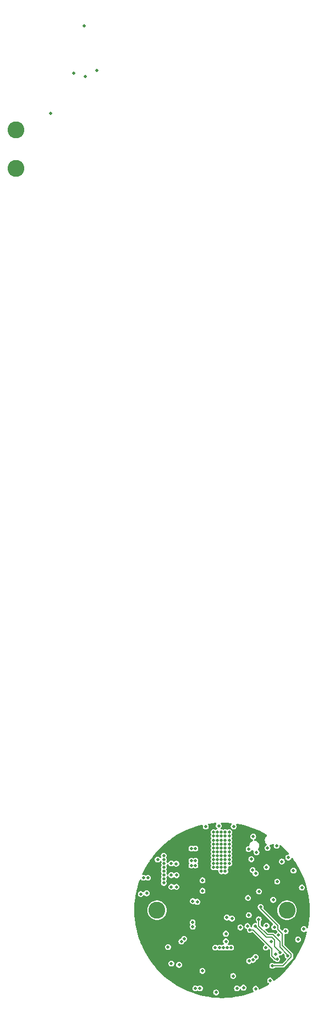
<source format=gbr>
%TF.GenerationSoftware,KiCad,Pcbnew,8.0.7-8.0.7-0~ubuntu22.04.1*%
%TF.CreationDate,2025-01-08T19:04:49+01:00*%
%TF.ProjectId,bldc_servo_mini_v1,626c6463-5f73-4657-9276-6f5f6d696e69,rev?*%
%TF.SameCoordinates,Original*%
%TF.FileFunction,Copper,L3,Inr*%
%TF.FilePolarity,Positive*%
%FSLAX46Y46*%
G04 Gerber Fmt 4.6, Leading zero omitted, Abs format (unit mm)*
G04 Created by KiCad (PCBNEW 8.0.7-8.0.7-0~ubuntu22.04.1) date 2025-01-08 19:04:49*
%MOMM*%
%LPD*%
G01*
G04 APERTURE LIST*
%TA.AperFunction,ComponentPad*%
%ADD10C,2.600000*%
%TD*%
%TA.AperFunction,ViaPad*%
%ADD11C,0.500000*%
%TD*%
%TA.AperFunction,Conductor*%
%ADD12C,0.200000*%
%TD*%
G04 APERTURE END LIST*
D10*
%TO.N,/SENSOR2_GND*%
%TO.C,H6*%
X68300000Y14100000D03*
%TD*%
%TO.N,/SENSOR2_GND*%
%TO.C,H5*%
X68300000Y20050000D03*
%TD*%
%TO.N,GND*%
%TO.C,H2*%
X90000000Y-100000000D03*
%TD*%
%TO.N,GND*%
%TO.C,H1*%
X110000000Y-100000000D03*
%TD*%
D11*
%TO.N,VCC*%
X90100768Y-92200000D03*
%TO.N,GND*%
X88400000Y-97400000D03*
X88600000Y-95000000D03*
%TO.N,/MISO*%
X110100000Y-107000000D03*
%TO.N,GND*%
X108250000Y-106800000D03*
%TO.N,/SCK*%
X108900000Y-106500000D03*
%TO.N,/MOSI*%
X107738909Y-108538909D03*
%TO.N,/CS*%
X108500000Y-107500000D03*
%TO.N,GND*%
X92200000Y-108200000D03*
X95500000Y-98600000D03*
X97000000Y-95400000D03*
X97000000Y-97000000D03*
X107400000Y-110800000D03*
X108700000Y-103800000D03*
X109800000Y-103200000D03*
X111700000Y-104500000D03*
X112600000Y-102900000D03*
X108500000Y-95600000D03*
X112300000Y-96500000D03*
X111000000Y-93900000D03*
X110200000Y-91900000D03*
X108400000Y-90100000D03*
X107000000Y-90400000D03*
X101800000Y-87100000D03*
X99500000Y-87000000D03*
X97500000Y-87100000D03*
X87500000Y-97500000D03*
X87900000Y-95000000D03*
X100600000Y-104800000D03*
X101400000Y-105750000D03*
X100200000Y-105750000D03*
X100800000Y-105750000D03*
X99600000Y-105750000D03*
X98963369Y-105750000D03*
X99900000Y-88000000D03*
X101100000Y-88000000D03*
X98700000Y-88000000D03*
X99300000Y-88000000D03*
X100500000Y-88000000D03*
X101100000Y-88600000D03*
X99900000Y-88600000D03*
X98700000Y-88600000D03*
X99300000Y-88600000D03*
X100500000Y-88600000D03*
X99300000Y-89200000D03*
X101100000Y-89200000D03*
X100500000Y-89200000D03*
X99900000Y-89200000D03*
X98700000Y-89200000D03*
X100500000Y-94000000D03*
X99900000Y-94000000D03*
X99900000Y-93400000D03*
X98700000Y-93400000D03*
X99300000Y-93400000D03*
X100500000Y-93400000D03*
X101100000Y-92800000D03*
X100500000Y-92800000D03*
X98700000Y-92800000D03*
X99900000Y-92800000D03*
X99300000Y-92800000D03*
X99900000Y-92200000D03*
X99300000Y-92200000D03*
X101100000Y-92200000D03*
X98700000Y-92200000D03*
X100500000Y-92200000D03*
X98700000Y-91600000D03*
X99900000Y-91600000D03*
X99300000Y-91600000D03*
X101100000Y-91600000D03*
X100500000Y-91600000D03*
X98700000Y-91000000D03*
X99300000Y-91000000D03*
X99900000Y-91000000D03*
X100500000Y-91000000D03*
X101100000Y-91000000D03*
X99300000Y-90400000D03*
X101100000Y-90400000D03*
X100500000Y-90400000D03*
X99900000Y-90400000D03*
X98700000Y-90400000D03*
X101100000Y-89800000D03*
X100500000Y-89800000D03*
X99900000Y-89800000D03*
X99300000Y-89800000D03*
X91100000Y-94600000D03*
X91100000Y-92800000D03*
X91050768Y-91600000D03*
X91050768Y-92200000D03*
X91050768Y-94000000D03*
X91050768Y-93400000D03*
X91050768Y-95800000D03*
%TO.N,+3.3V*%
X105666934Y-106710884D03*
X106088981Y-106288837D03*
%TO.N,GND*%
X105171959Y-107205859D03*
X95500000Y-102500000D03*
X94192894Y-104392894D03*
X95470000Y-101850000D03*
%TO.N,/SWDIO*%
X103925000Y-102418418D03*
X102825000Y-102639250D03*
%TO.N,/DRIVER_NFAULT*%
X107878768Y-98411645D03*
%TO.N,+3.3V*%
X103500000Y-99365000D03*
%TO.N,/NRST*%
X105183361Y-112083361D03*
X109200000Y-92500000D03*
%TO.N,GND*%
X100600000Y-103600000D03*
%TO.N,/DRIVER_NSLEEP*%
X108050000Y-102597193D03*
%TO.N,/DRIVER_NRST*%
X106850000Y-102395228D03*
%TO.N,VCC*%
X95900000Y-112000000D03*
%TO.N,GND*%
X96600000Y-112000000D03*
%TO.N,/CAN_H*%
X106750000Y-105750000D03*
X107533364Y-104844455D03*
%TO.N,+3.3V*%
X98833109Y-111515125D03*
%TO.N,/CAN_Rs*%
X101726647Y-110115001D03*
%TO.N,/CAN_EN*%
X96988721Y-109322737D03*
%TO.N,GND*%
X104167889Y-107800000D03*
%TO.N,/SENSOR2_GND*%
X73600000Y22600000D03*
%TO.N,/SENSOR2_MOSI*%
X77200000Y28800000D03*
X78800000Y36100000D03*
%TO.N,/SENSOR2_GND*%
X80700000Y29200000D03*
X79000000Y28300000D03*
%TO.N,GND*%
X105700000Y-97100000D03*
X105300000Y-91100000D03*
%TO.N,+3.3V*%
X109000000Y-97200000D03*
X103303240Y-110735587D03*
%TO.N,GND*%
X104120939Y-100750000D03*
%TO.N,+3.3V*%
X102905494Y-99500750D03*
%TO.N,GND*%
X104000000Y-98095000D03*
X96196321Y-98705506D03*
X103300000Y-111900000D03*
X102300000Y-112000000D03*
X99091382Y-112643900D03*
%TO.N,+3.3V*%
X96397220Y-102609459D03*
X94367459Y-102806621D03*
X93500000Y-109400000D03*
%TO.N,GND*%
X93400000Y-108400000D03*
%TO.N,+3.3V*%
X91756067Y-106850001D03*
%TO.N,GND*%
X91695656Y-105661038D03*
X91050768Y-95200000D03*
X98700000Y-89800000D03*
%TO.N,/IN1*%
X106852044Y-93364798D03*
%TO.N,/IN3*%
X105170896Y-94350000D03*
%TO.N,/IN2*%
X104706705Y-93826048D03*
%TO.N,/MISO*%
X105649999Y-101393503D03*
%TO.N,/MOSI*%
X105950001Y-99474257D03*
%TO.N,/SCK*%
X105098811Y-102427808D03*
%TO.N,/CS*%
X104295384Y-103012402D03*
%TO.N,/CAN_TX*%
X101523797Y-101293032D03*
%TO.N,/CAN_RX*%
X100742112Y-101122826D03*
%TO.N,GND*%
X93756162Y-104800000D03*
%TO.N,/EN3*%
X104506886Y-92148106D03*
%TO.N,/EN2*%
X104100000Y-90600000D03*
%TO.N,/EN1*%
X104804578Y-88656586D03*
%TO.N,/OUT1*%
X95300000Y-90500000D03*
X95900000Y-90500000D03*
%TO.N,/OUT3*%
X95300000Y-93100000D03*
X95900000Y-93100000D03*
%TO.N,/OUT2*%
X95300000Y-92400000D03*
X95900000Y-92400000D03*
%TO.N,/SHUNT3+*%
X93000000Y-96400000D03*
%TO.N,/SHUNT3-*%
X92200000Y-96400000D03*
%TO.N,/SHUNT1-*%
X92200000Y-92800000D03*
%TO.N,/SHUNT1+*%
X92964713Y-92838247D03*
%TO.N,/SHUNT2-*%
X92200000Y-94600000D03*
%TO.N,/SHUNT2+*%
X93000000Y-94600000D03*
%TO.N,GND*%
X104738909Y-107638909D03*
%TD*%
D12*
%TO.N,/SCK*%
X108900000Y-106500000D02*
X108900000Y-106400000D01*
X108900000Y-106400000D02*
X108100000Y-105600000D01*
X108100000Y-105600000D02*
X108100000Y-104565686D01*
X108100000Y-104565686D02*
X107665970Y-104131656D01*
X107665970Y-104131656D02*
X106802659Y-104131656D01*
X106802659Y-104131656D02*
X105098811Y-102427808D01*
%TO.N,/MISO*%
X105649999Y-101393503D02*
X105649999Y-102413310D01*
X107831656Y-103731656D02*
X108900000Y-104800000D01*
X105649999Y-102413310D02*
X106968345Y-103731656D01*
X108900000Y-104800000D02*
X108900000Y-105700000D01*
X108900000Y-105700000D02*
X110100000Y-106900000D01*
X106968345Y-103731656D02*
X107831656Y-103731656D01*
X110100000Y-106900000D02*
X110100000Y-107000000D01*
%TO.N,/MOSI*%
X105950001Y-99474257D02*
X105950001Y-99712129D01*
X110650000Y-107227818D02*
X109338909Y-108538909D01*
X105950001Y-99712129D02*
X108618936Y-102381064D01*
X108618936Y-102381064D02*
X108618936Y-102918936D01*
X109300000Y-103600000D02*
X109300000Y-105422182D01*
X108618936Y-102918936D02*
X109300000Y-103600000D01*
X109300000Y-105422182D02*
X110650000Y-106772182D01*
X109338909Y-108538909D02*
X107738909Y-108538909D01*
X110650000Y-106772182D02*
X110650000Y-107227818D01*
%TO.N,/CS*%
X108500000Y-107500000D02*
X108172182Y-107500000D01*
X107700000Y-107027818D02*
X107700000Y-105922182D01*
X108172182Y-107500000D02*
X107700000Y-107027818D01*
X107700000Y-105922182D02*
X104790220Y-103012402D01*
X104790220Y-103012402D02*
X104295384Y-103012402D01*
%TD*%
%TA.AperFunction,Conductor*%
%TO.N,+3.3V*%
G36*
X100727505Y-86520207D02*
G01*
X100734195Y-86520570D01*
X101398039Y-86574626D01*
X101463257Y-86599685D01*
X101504576Y-86656029D01*
X101508874Y-86725766D01*
X101481687Y-86779417D01*
X101417120Y-86853932D01*
X101417117Y-86853938D01*
X101363302Y-86971774D01*
X101344867Y-87100000D01*
X101363302Y-87228225D01*
X101371449Y-87246063D01*
X101417118Y-87346063D01*
X101461913Y-87397760D01*
X101482422Y-87421429D01*
X101506749Y-87474701D01*
X101511292Y-87473368D01*
X101578328Y-87493051D01*
X101610931Y-87514004D01*
X101735225Y-87550499D01*
X101735227Y-87550500D01*
X101735228Y-87550500D01*
X101864773Y-87550500D01*
X101864773Y-87550499D01*
X101989069Y-87514004D01*
X102098049Y-87443967D01*
X102182882Y-87346063D01*
X102236697Y-87228226D01*
X102255133Y-87100000D01*
X102236697Y-86971774D01*
X102194696Y-86879807D01*
X102184753Y-86810651D01*
X102213777Y-86747095D01*
X102272555Y-86709320D01*
X102330856Y-86706519D01*
X102898690Y-86815477D01*
X102905230Y-86816916D01*
X103608261Y-86991751D01*
X103614699Y-86993539D01*
X104307212Y-87206174D01*
X104313541Y-87208306D01*
X104993541Y-87458125D01*
X104999756Y-87460602D01*
X105665220Y-87746864D01*
X105671294Y-87749674D01*
X106320278Y-88071540D01*
X106326207Y-88074684D01*
X106874327Y-88384578D01*
X106922997Y-88434707D01*
X106936839Y-88503192D01*
X106911458Y-88568289D01*
X106882192Y-88595621D01*
X106847824Y-88618585D01*
X106743293Y-88723116D01*
X106743290Y-88723120D01*
X106661161Y-88846034D01*
X106661154Y-88846047D01*
X106604585Y-88982618D01*
X106604582Y-88982628D01*
X106575742Y-89127615D01*
X106575742Y-89127618D01*
X106575742Y-89275454D01*
X106575742Y-89275456D01*
X106575741Y-89275456D01*
X106604582Y-89420443D01*
X106604585Y-89420453D01*
X106661154Y-89557024D01*
X106661161Y-89557037D01*
X106743290Y-89679951D01*
X106743293Y-89679955D01*
X106848307Y-89784969D01*
X106881792Y-89846292D01*
X106876808Y-89915984D01*
X106834936Y-89971917D01*
X106812149Y-89985439D01*
X106810938Y-89985991D01*
X106701950Y-90056033D01*
X106617118Y-90153937D01*
X106617117Y-90153938D01*
X106563302Y-90271774D01*
X106544867Y-90400000D01*
X106563302Y-90528225D01*
X106608972Y-90628226D01*
X106617118Y-90646063D01*
X106701951Y-90743967D01*
X106810931Y-90814004D01*
X106920117Y-90846063D01*
X106935225Y-90850499D01*
X106935227Y-90850500D01*
X106935228Y-90850500D01*
X107064773Y-90850500D01*
X107064773Y-90850499D01*
X107189069Y-90814004D01*
X107298049Y-90743967D01*
X107382882Y-90646063D01*
X107436697Y-90528226D01*
X107455133Y-90400000D01*
X107436697Y-90271774D01*
X107382882Y-90153937D01*
X107375880Y-90145856D01*
X107346855Y-90082303D01*
X107356798Y-90013145D01*
X107402552Y-89960340D01*
X107445401Y-89943037D01*
X107519863Y-89928225D01*
X107545155Y-89923194D01*
X107681737Y-89866620D01*
X107792974Y-89792293D01*
X107859650Y-89771416D01*
X107927030Y-89789900D01*
X107973721Y-89841879D01*
X107984897Y-89910849D01*
X107974660Y-89946905D01*
X107963302Y-89971775D01*
X107944867Y-90100000D01*
X107963302Y-90228225D01*
X107975045Y-90253937D01*
X108017118Y-90346063D01*
X108101951Y-90443967D01*
X108210931Y-90514004D01*
X108319388Y-90545849D01*
X108335225Y-90550499D01*
X108335227Y-90550500D01*
X108335228Y-90550500D01*
X108464773Y-90550500D01*
X108464773Y-90550499D01*
X108589069Y-90514004D01*
X108698049Y-90443967D01*
X108782882Y-90346063D01*
X108836697Y-90228226D01*
X108855133Y-90100000D01*
X108855133Y-90099999D01*
X108855133Y-90092863D01*
X108874818Y-90025824D01*
X108927622Y-89980069D01*
X108996780Y-89970125D01*
X109060336Y-89999150D01*
X109061939Y-90000564D01*
X109281110Y-90197192D01*
X109285985Y-90201810D01*
X109798189Y-90714014D01*
X109802808Y-90718889D01*
X110029681Y-90971774D01*
X110272735Y-91242694D01*
X110302850Y-91305740D01*
X110294100Y-91375060D01*
X110249262Y-91428645D01*
X110182572Y-91449482D01*
X110180435Y-91449500D01*
X110135226Y-91449500D01*
X110010935Y-91485994D01*
X110010932Y-91485995D01*
X110010931Y-91485996D01*
X109967350Y-91514004D01*
X109901950Y-91556033D01*
X109817118Y-91653937D01*
X109817117Y-91653938D01*
X109763302Y-91771774D01*
X109744867Y-91900000D01*
X109763302Y-92028225D01*
X109776002Y-92056033D01*
X109817118Y-92146063D01*
X109901951Y-92243967D01*
X110010931Y-92314004D01*
X110135225Y-92350499D01*
X110135227Y-92350500D01*
X110135228Y-92350500D01*
X110264773Y-92350500D01*
X110264773Y-92350499D01*
X110389069Y-92314004D01*
X110498049Y-92243967D01*
X110582882Y-92146063D01*
X110636697Y-92028226D01*
X110636697Y-92028224D01*
X110638341Y-92022627D01*
X110676115Y-91963848D01*
X110739670Y-91934823D01*
X110808829Y-91944766D01*
X110858028Y-91985219D01*
X111171437Y-92421540D01*
X111175189Y-92427074D01*
X111381600Y-92750000D01*
X111565334Y-93037451D01*
X111568796Y-93043205D01*
X111925313Y-93673788D01*
X111928459Y-93679721D01*
X112250320Y-94328695D01*
X112253140Y-94334790D01*
X112539392Y-95000231D01*
X112541878Y-95006470D01*
X112791687Y-95686440D01*
X112793831Y-95692804D01*
X113006455Y-96385284D01*
X113008252Y-96391755D01*
X113183081Y-97094760D01*
X113184524Y-97101319D01*
X113321030Y-97812715D01*
X113322117Y-97819342D01*
X113419911Y-98537119D01*
X113420637Y-98543795D01*
X113479428Y-99265796D01*
X113479792Y-99272502D01*
X113499409Y-99996642D01*
X113499409Y-100003358D01*
X113479792Y-100727497D01*
X113479428Y-100734203D01*
X113420637Y-101456204D01*
X113419911Y-101462880D01*
X113322117Y-102180657D01*
X113321030Y-102187284D01*
X113231138Y-102655755D01*
X113199173Y-102717884D01*
X113138693Y-102752869D01*
X113068900Y-102749601D01*
X113011952Y-102709120D01*
X112996566Y-102683900D01*
X112982882Y-102653938D01*
X112982882Y-102653937D01*
X112898049Y-102556033D01*
X112789069Y-102485996D01*
X112789065Y-102485994D01*
X112789064Y-102485994D01*
X112664774Y-102449500D01*
X112664772Y-102449500D01*
X112535228Y-102449500D01*
X112535226Y-102449500D01*
X112410935Y-102485994D01*
X112410932Y-102485995D01*
X112410931Y-102485996D01*
X112371987Y-102511024D01*
X112301950Y-102556033D01*
X112217118Y-102653937D01*
X112217117Y-102653938D01*
X112163302Y-102771774D01*
X112144867Y-102900000D01*
X112163302Y-103028225D01*
X112197656Y-103103448D01*
X112217118Y-103146063D01*
X112301951Y-103243967D01*
X112410931Y-103314004D01*
X112535225Y-103350499D01*
X112535227Y-103350500D01*
X112535228Y-103350500D01*
X112664773Y-103350500D01*
X112664773Y-103350499D01*
X112789069Y-103314004D01*
X112874289Y-103259236D01*
X112941327Y-103239552D01*
X113008366Y-103259236D01*
X113054121Y-103312040D01*
X113064065Y-103381199D01*
X113061662Y-103393478D01*
X113008252Y-103608244D01*
X113006455Y-103614715D01*
X112793831Y-104307195D01*
X112791687Y-104313559D01*
X112541878Y-104993529D01*
X112539392Y-104999768D01*
X112253140Y-105665209D01*
X112250320Y-105671304D01*
X111928459Y-106320278D01*
X111925313Y-106326211D01*
X111568796Y-106956794D01*
X111565334Y-106962548D01*
X111175198Y-107572913D01*
X111171429Y-107578472D01*
X110748816Y-108166821D01*
X110744752Y-108172167D01*
X110290921Y-108736760D01*
X110286574Y-108741879D01*
X109802808Y-109281110D01*
X109798189Y-109285985D01*
X109285985Y-109798189D01*
X109281110Y-109802808D01*
X108741879Y-110286574D01*
X108736760Y-110290921D01*
X108172167Y-110744752D01*
X108166821Y-110748816D01*
X108043632Y-110837303D01*
X107977700Y-110860426D01*
X107909732Y-110844233D01*
X107861310Y-110793864D01*
X107848553Y-110754238D01*
X107847773Y-110748816D01*
X107836697Y-110671774D01*
X107782882Y-110553937D01*
X107698049Y-110456033D01*
X107589069Y-110385996D01*
X107589065Y-110385994D01*
X107589064Y-110385994D01*
X107464774Y-110349500D01*
X107464772Y-110349500D01*
X107335228Y-110349500D01*
X107335226Y-110349500D01*
X107210935Y-110385994D01*
X107210932Y-110385995D01*
X107210931Y-110385996D01*
X107159677Y-110418934D01*
X107101950Y-110456033D01*
X107017118Y-110553937D01*
X107017117Y-110553938D01*
X106963302Y-110671774D01*
X106944867Y-110800000D01*
X106963302Y-110928225D01*
X107002531Y-111014123D01*
X107017118Y-111046063D01*
X107101951Y-111143967D01*
X107198401Y-111205951D01*
X107244154Y-111258753D01*
X107254098Y-111327911D01*
X107225074Y-111391467D01*
X107198143Y-111414745D01*
X106962549Y-111565334D01*
X106956794Y-111568796D01*
X106326211Y-111925313D01*
X106320277Y-111928459D01*
X105816539Y-112178289D01*
X105747735Y-112190441D01*
X105683283Y-112163464D01*
X105643647Y-112105925D01*
X105638707Y-112084847D01*
X105638493Y-112083363D01*
X105638494Y-112083361D01*
X105620058Y-111955135D01*
X105566243Y-111837298D01*
X105481410Y-111739394D01*
X105372430Y-111669357D01*
X105372426Y-111669355D01*
X105372425Y-111669355D01*
X105248135Y-111632861D01*
X105248133Y-111632861D01*
X105118589Y-111632861D01*
X105118587Y-111632861D01*
X104994296Y-111669355D01*
X104994293Y-111669356D01*
X104994292Y-111669357D01*
X104943038Y-111702295D01*
X104885311Y-111739394D01*
X104800479Y-111837298D01*
X104800478Y-111837299D01*
X104746663Y-111955135D01*
X104728228Y-112083361D01*
X104746663Y-112211586D01*
X104779739Y-112284011D01*
X104800479Y-112329424D01*
X104821482Y-112353663D01*
X104869163Y-112408691D01*
X104898187Y-112472247D01*
X104888243Y-112541406D01*
X104842487Y-112594209D01*
X104818210Y-112606287D01*
X104313559Y-112791687D01*
X104307195Y-112793831D01*
X103614715Y-113006455D01*
X103608244Y-113008252D01*
X102905239Y-113183081D01*
X102898680Y-113184524D01*
X102187284Y-113321030D01*
X102180657Y-113322117D01*
X101462880Y-113419911D01*
X101456204Y-113420637D01*
X100734203Y-113479428D01*
X100727497Y-113479792D01*
X100003358Y-113499409D01*
X99996642Y-113499409D01*
X99272502Y-113479792D01*
X99265796Y-113479428D01*
X98543795Y-113420637D01*
X98537119Y-113419911D01*
X97819342Y-113322117D01*
X97812715Y-113321030D01*
X97101319Y-113184524D01*
X97094760Y-113183081D01*
X96391755Y-113008252D01*
X96385284Y-113006455D01*
X95692804Y-112793831D01*
X95686440Y-112791687D01*
X95284170Y-112643900D01*
X98636249Y-112643900D01*
X98654684Y-112772125D01*
X98664597Y-112793831D01*
X98708500Y-112889963D01*
X98793333Y-112987867D01*
X98902313Y-113057904D01*
X99026607Y-113094399D01*
X99026609Y-113094400D01*
X99026610Y-113094400D01*
X99156155Y-113094400D01*
X99156155Y-113094399D01*
X99280451Y-113057904D01*
X99389431Y-112987867D01*
X99474264Y-112889963D01*
X99528079Y-112772126D01*
X99546515Y-112643900D01*
X99528079Y-112515674D01*
X99474264Y-112397837D01*
X99389431Y-112299933D01*
X99280451Y-112229896D01*
X99280447Y-112229894D01*
X99280446Y-112229894D01*
X99156156Y-112193400D01*
X99156154Y-112193400D01*
X99026610Y-112193400D01*
X99026608Y-112193400D01*
X98902317Y-112229894D01*
X98902314Y-112229895D01*
X98902313Y-112229896D01*
X98877157Y-112246063D01*
X98793332Y-112299933D01*
X98708500Y-112397837D01*
X98708499Y-112397838D01*
X98654684Y-112515674D01*
X98636249Y-112643900D01*
X95284170Y-112643900D01*
X95006470Y-112541878D01*
X95000231Y-112539392D01*
X94334790Y-112253140D01*
X94328695Y-112250320D01*
X93823970Y-112000000D01*
X95444867Y-112000000D01*
X95463302Y-112128225D01*
X95501373Y-112211587D01*
X95517118Y-112246063D01*
X95601951Y-112343967D01*
X95710931Y-112414004D01*
X95835225Y-112450499D01*
X95835227Y-112450500D01*
X95835228Y-112450500D01*
X95964773Y-112450500D01*
X95964773Y-112450499D01*
X96089069Y-112414004D01*
X96182962Y-112353662D01*
X96250001Y-112333979D01*
X96317037Y-112353662D01*
X96410931Y-112414004D01*
X96535225Y-112450499D01*
X96535227Y-112450500D01*
X96535228Y-112450500D01*
X96664773Y-112450500D01*
X96664773Y-112450499D01*
X96789069Y-112414004D01*
X96898049Y-112343967D01*
X96982882Y-112246063D01*
X97036697Y-112128226D01*
X97055133Y-112000000D01*
X101844867Y-112000000D01*
X101863302Y-112128225D01*
X101901373Y-112211587D01*
X101917118Y-112246063D01*
X102001951Y-112343967D01*
X102110931Y-112414004D01*
X102235225Y-112450499D01*
X102235227Y-112450500D01*
X102235228Y-112450500D01*
X102364773Y-112450500D01*
X102364773Y-112450499D01*
X102489069Y-112414004D01*
X102598049Y-112343967D01*
X102682882Y-112246063D01*
X102713480Y-112179061D01*
X102759233Y-112126261D01*
X102826272Y-112106576D01*
X102893312Y-112126260D01*
X102919987Y-112149374D01*
X102989758Y-112229896D01*
X103001951Y-112243967D01*
X103110931Y-112314004D01*
X103235225Y-112350499D01*
X103235227Y-112350500D01*
X103235228Y-112350500D01*
X103364773Y-112350500D01*
X103364773Y-112350499D01*
X103489069Y-112314004D01*
X103598049Y-112243967D01*
X103682882Y-112146063D01*
X103736697Y-112028226D01*
X103755133Y-111900000D01*
X103736697Y-111771774D01*
X103682882Y-111653937D01*
X103598049Y-111556033D01*
X103489069Y-111485996D01*
X103489065Y-111485994D01*
X103489064Y-111485994D01*
X103364774Y-111449500D01*
X103364772Y-111449500D01*
X103235228Y-111449500D01*
X103235226Y-111449500D01*
X103110935Y-111485994D01*
X103110932Y-111485995D01*
X103110931Y-111485996D01*
X103059677Y-111518934D01*
X103001950Y-111556033D01*
X102917118Y-111653936D01*
X102886520Y-111720936D01*
X102840764Y-111773739D01*
X102773725Y-111793423D01*
X102706685Y-111773738D01*
X102680012Y-111750625D01*
X102670280Y-111739394D01*
X102598049Y-111656033D01*
X102489069Y-111585996D01*
X102489065Y-111585994D01*
X102489064Y-111585994D01*
X102364774Y-111549500D01*
X102364772Y-111549500D01*
X102235228Y-111549500D01*
X102235226Y-111549500D01*
X102110935Y-111585994D01*
X102110932Y-111585995D01*
X102110931Y-111585996D01*
X102059677Y-111618934D01*
X102001950Y-111656033D01*
X101917118Y-111753937D01*
X101917117Y-111753938D01*
X101863302Y-111871774D01*
X101844867Y-112000000D01*
X97055133Y-112000000D01*
X97036697Y-111871774D01*
X96982882Y-111753937D01*
X96898049Y-111656033D01*
X96789069Y-111585996D01*
X96789065Y-111585994D01*
X96789064Y-111585994D01*
X96664774Y-111549500D01*
X96664772Y-111549500D01*
X96535228Y-111549500D01*
X96535226Y-111549500D01*
X96410933Y-111585994D01*
X96410932Y-111585994D01*
X96317038Y-111646336D01*
X96249999Y-111666020D01*
X96182962Y-111646336D01*
X96089066Y-111585994D01*
X95964774Y-111549500D01*
X95964772Y-111549500D01*
X95835228Y-111549500D01*
X95835226Y-111549500D01*
X95710935Y-111585994D01*
X95710932Y-111585995D01*
X95710931Y-111585996D01*
X95659677Y-111618934D01*
X95601950Y-111656033D01*
X95517118Y-111753937D01*
X95517117Y-111753938D01*
X95463302Y-111871774D01*
X95444867Y-112000000D01*
X93823970Y-112000000D01*
X93679721Y-111928459D01*
X93673788Y-111925313D01*
X93043205Y-111568796D01*
X93037451Y-111565334D01*
X92801856Y-111414745D01*
X92427074Y-111175189D01*
X92421540Y-111171437D01*
X92082947Y-110928226D01*
X91833178Y-110748816D01*
X91827832Y-110744752D01*
X91263239Y-110290921D01*
X91258120Y-110286574D01*
X91066876Y-110115001D01*
X101271514Y-110115001D01*
X101289949Y-110243226D01*
X101296202Y-110256917D01*
X101343765Y-110361064D01*
X101428598Y-110458968D01*
X101537578Y-110529005D01*
X101661872Y-110565500D01*
X101661874Y-110565501D01*
X101661875Y-110565501D01*
X101791420Y-110565501D01*
X101791420Y-110565500D01*
X101915716Y-110529005D01*
X102024696Y-110458968D01*
X102109529Y-110361064D01*
X102163344Y-110243227D01*
X102181780Y-110115001D01*
X102163344Y-109986775D01*
X102109529Y-109868938D01*
X102024696Y-109771034D01*
X101915716Y-109700997D01*
X101915712Y-109700995D01*
X101915711Y-109700995D01*
X101791421Y-109664501D01*
X101791419Y-109664501D01*
X101661875Y-109664501D01*
X101661873Y-109664501D01*
X101537582Y-109700995D01*
X101537579Y-109700996D01*
X101537578Y-109700997D01*
X101529708Y-109706055D01*
X101428597Y-109771034D01*
X101343765Y-109868938D01*
X101343764Y-109868939D01*
X101289949Y-109986775D01*
X101271514Y-110115001D01*
X91066876Y-110115001D01*
X90718889Y-109802808D01*
X90714014Y-109798189D01*
X90238562Y-109322737D01*
X96533588Y-109322737D01*
X96552023Y-109450962D01*
X96605838Y-109568798D01*
X96605839Y-109568800D01*
X96690672Y-109666704D01*
X96799652Y-109736741D01*
X96923946Y-109773236D01*
X96923948Y-109773237D01*
X96923949Y-109773237D01*
X97053494Y-109773237D01*
X97053494Y-109773236D01*
X97177790Y-109736741D01*
X97286770Y-109666704D01*
X97371603Y-109568800D01*
X97425418Y-109450963D01*
X97443854Y-109322737D01*
X97425418Y-109194511D01*
X97371603Y-109076674D01*
X97286770Y-108978770D01*
X97177790Y-108908733D01*
X97177786Y-108908731D01*
X97177785Y-108908731D01*
X97053495Y-108872237D01*
X97053493Y-108872237D01*
X96923949Y-108872237D01*
X96923947Y-108872237D01*
X96799656Y-108908731D01*
X96799653Y-108908732D01*
X96799652Y-108908733D01*
X96748398Y-108941671D01*
X96690671Y-108978770D01*
X96605839Y-109076674D01*
X96605838Y-109076675D01*
X96552023Y-109194511D01*
X96533588Y-109322737D01*
X90238562Y-109322737D01*
X90201810Y-109285985D01*
X90197191Y-109281110D01*
X89902752Y-108952913D01*
X89713423Y-108741877D01*
X89709078Y-108736760D01*
X89277620Y-108200000D01*
X91744867Y-108200000D01*
X91763302Y-108328225D01*
X91796081Y-108400000D01*
X91817118Y-108446063D01*
X91901951Y-108543967D01*
X92010931Y-108614004D01*
X92120117Y-108646063D01*
X92135225Y-108650499D01*
X92135227Y-108650500D01*
X92135228Y-108650500D01*
X92264773Y-108650500D01*
X92264773Y-108650499D01*
X92389069Y-108614004D01*
X92498049Y-108543967D01*
X92582882Y-108446063D01*
X92603919Y-108400000D01*
X92944867Y-108400000D01*
X92963302Y-108528225D01*
X93002477Y-108614004D01*
X93017118Y-108646063D01*
X93101951Y-108743967D01*
X93210931Y-108814004D01*
X93227708Y-108818930D01*
X93335225Y-108850499D01*
X93335227Y-108850500D01*
X93335228Y-108850500D01*
X93464773Y-108850500D01*
X93464773Y-108850499D01*
X93589069Y-108814004D01*
X93698049Y-108743967D01*
X93782882Y-108646063D01*
X93836697Y-108528226D01*
X93855133Y-108400000D01*
X93836697Y-108271774D01*
X93782882Y-108153937D01*
X93698049Y-108056033D01*
X93589069Y-107985996D01*
X93589065Y-107985994D01*
X93589064Y-107985994D01*
X93464774Y-107949500D01*
X93464772Y-107949500D01*
X93335228Y-107949500D01*
X93335226Y-107949500D01*
X93210935Y-107985994D01*
X93210932Y-107985995D01*
X93210931Y-107985996D01*
X93159677Y-108018934D01*
X93101950Y-108056033D01*
X93017118Y-108153937D01*
X93017117Y-108153938D01*
X92963302Y-108271774D01*
X92944867Y-108400000D01*
X92603919Y-108400000D01*
X92636697Y-108328226D01*
X92655133Y-108200000D01*
X92636697Y-108071774D01*
X92582882Y-107953937D01*
X92498049Y-107856033D01*
X92410860Y-107800000D01*
X103712756Y-107800000D01*
X103731191Y-107928225D01*
X103756150Y-107982876D01*
X103785007Y-108046063D01*
X103869840Y-108143967D01*
X103978820Y-108214004D01*
X104052286Y-108235575D01*
X104103114Y-108250499D01*
X104103116Y-108250500D01*
X104103117Y-108250500D01*
X104232662Y-108250500D01*
X104232662Y-108250499D01*
X104356958Y-108214004D01*
X104465938Y-108143967D01*
X104493666Y-108111965D01*
X104552441Y-108074193D01*
X104622307Y-108074191D01*
X104674137Y-108089409D01*
X104803682Y-108089409D01*
X104803682Y-108089408D01*
X104927978Y-108052913D01*
X105036958Y-107982876D01*
X105121791Y-107884972D01*
X105175606Y-107767135D01*
X105178199Y-107749097D01*
X105207221Y-107685542D01*
X105265996Y-107647766D01*
X105361028Y-107619863D01*
X105470008Y-107549826D01*
X105554841Y-107451922D01*
X105608656Y-107334085D01*
X105627092Y-107205859D01*
X105608656Y-107077633D01*
X105554841Y-106959796D01*
X105470008Y-106861892D01*
X105361028Y-106791855D01*
X105361024Y-106791853D01*
X105361023Y-106791853D01*
X105236733Y-106755359D01*
X105236731Y-106755359D01*
X105107187Y-106755359D01*
X105107185Y-106755359D01*
X104982894Y-106791853D01*
X104982891Y-106791854D01*
X104982890Y-106791855D01*
X104931636Y-106824793D01*
X104873909Y-106861892D01*
X104789077Y-106959796D01*
X104789076Y-106959797D01*
X104735261Y-107077633D01*
X104732668Y-107095674D01*
X104703642Y-107159229D01*
X104644864Y-107197003D01*
X104549844Y-107224902D01*
X104440860Y-107294942D01*
X104440857Y-107294944D01*
X104413131Y-107326942D01*
X104354353Y-107364716D01*
X104284485Y-107364716D01*
X104232663Y-107349500D01*
X104232661Y-107349500D01*
X104103117Y-107349500D01*
X104103115Y-107349500D01*
X103978824Y-107385994D01*
X103978821Y-107385995D01*
X103978820Y-107385996D01*
X103937845Y-107412329D01*
X103869839Y-107456033D01*
X103785007Y-107553937D01*
X103785006Y-107553938D01*
X103731191Y-107671774D01*
X103712756Y-107800000D01*
X92410860Y-107800000D01*
X92389069Y-107785996D01*
X92389065Y-107785994D01*
X92389064Y-107785994D01*
X92264774Y-107749500D01*
X92264772Y-107749500D01*
X92135228Y-107749500D01*
X92135226Y-107749500D01*
X92010935Y-107785994D01*
X92010932Y-107785995D01*
X92010931Y-107785996D01*
X91959677Y-107818934D01*
X91901950Y-107856033D01*
X91817118Y-107953937D01*
X91817117Y-107953938D01*
X91763302Y-108071774D01*
X91744867Y-108200000D01*
X89277620Y-108200000D01*
X89255247Y-108172167D01*
X89251183Y-108166821D01*
X89019275Y-107843966D01*
X88828556Y-107578451D01*
X88824815Y-107572934D01*
X88434660Y-106962541D01*
X88431203Y-106956794D01*
X88415051Y-106928226D01*
X88074684Y-106326207D01*
X88071540Y-106320278D01*
X87994036Y-106164005D01*
X87749674Y-105671294D01*
X87746859Y-105665209D01*
X87745065Y-105661038D01*
X91240523Y-105661038D01*
X91258958Y-105789263D01*
X91312773Y-105907099D01*
X91312774Y-105907101D01*
X91397607Y-106005005D01*
X91506587Y-106075042D01*
X91584828Y-106098015D01*
X91630881Y-106111537D01*
X91630883Y-106111538D01*
X91630884Y-106111538D01*
X91760429Y-106111538D01*
X91760429Y-106111537D01*
X91884725Y-106075042D01*
X91993705Y-106005005D01*
X92078538Y-105907101D01*
X92132353Y-105789264D01*
X92137998Y-105750000D01*
X98508236Y-105750000D01*
X98526671Y-105878225D01*
X98548248Y-105925471D01*
X98580487Y-105996063D01*
X98665320Y-106093967D01*
X98774300Y-106164004D01*
X98898594Y-106200499D01*
X98898596Y-106200500D01*
X98898597Y-106200500D01*
X99028142Y-106200500D01*
X99028142Y-106200499D01*
X99152438Y-106164004D01*
X99214646Y-106124025D01*
X99281684Y-106104341D01*
X99348721Y-106124024D01*
X99410931Y-106164004D01*
X99535225Y-106200499D01*
X99535227Y-106200500D01*
X99535228Y-106200500D01*
X99664773Y-106200500D01*
X99664773Y-106200499D01*
X99789069Y-106164004D01*
X99832962Y-106135795D01*
X99899999Y-106116111D01*
X99967034Y-106135793D01*
X100010931Y-106164004D01*
X100010933Y-106164004D01*
X100010934Y-106164005D01*
X100135225Y-106200499D01*
X100135227Y-106200500D01*
X100135228Y-106200500D01*
X100264773Y-106200500D01*
X100264773Y-106200499D01*
X100389069Y-106164004D01*
X100432962Y-106135795D01*
X100499999Y-106116111D01*
X100567034Y-106135793D01*
X100610931Y-106164004D01*
X100610933Y-106164004D01*
X100610934Y-106164005D01*
X100735225Y-106200499D01*
X100735227Y-106200500D01*
X100735228Y-106200500D01*
X100864773Y-106200500D01*
X100864773Y-106200499D01*
X100989069Y-106164004D01*
X101032962Y-106135795D01*
X101099999Y-106116111D01*
X101167034Y-106135793D01*
X101210931Y-106164004D01*
X101210933Y-106164004D01*
X101210934Y-106164005D01*
X101335225Y-106200499D01*
X101335227Y-106200500D01*
X101335228Y-106200500D01*
X101464773Y-106200500D01*
X101464773Y-106200499D01*
X101589069Y-106164004D01*
X101698049Y-106093967D01*
X101782882Y-105996063D01*
X101836697Y-105878226D01*
X101855133Y-105750000D01*
X101836697Y-105621774D01*
X101782882Y-105503937D01*
X101698049Y-105406033D01*
X101589069Y-105335996D01*
X101589065Y-105335994D01*
X101589064Y-105335994D01*
X101464774Y-105299500D01*
X101464772Y-105299500D01*
X101335228Y-105299500D01*
X101335226Y-105299500D01*
X101210935Y-105335994D01*
X101210932Y-105335995D01*
X101210931Y-105335996D01*
X101167037Y-105364204D01*
X101099999Y-105383888D01*
X101032962Y-105364204D01*
X100989069Y-105335996D01*
X100989062Y-105335994D01*
X100982281Y-105334003D01*
X100968997Y-105330102D01*
X100910219Y-105292329D01*
X100881193Y-105228774D01*
X100891136Y-105159615D01*
X100910218Y-105129923D01*
X100982879Y-105046066D01*
X100982882Y-105046063D01*
X101036697Y-104928226D01*
X101055133Y-104800000D01*
X101036697Y-104671774D01*
X100982882Y-104553937D01*
X100898049Y-104456033D01*
X100789069Y-104385996D01*
X100789065Y-104385994D01*
X100789064Y-104385994D01*
X100664774Y-104349500D01*
X100664772Y-104349500D01*
X100535228Y-104349500D01*
X100535226Y-104349500D01*
X100410935Y-104385994D01*
X100410932Y-104385995D01*
X100410931Y-104385996D01*
X100359677Y-104418934D01*
X100301950Y-104456033D01*
X100217118Y-104553937D01*
X100217117Y-104553938D01*
X100163302Y-104671774D01*
X100144867Y-104800000D01*
X100163302Y-104928225D01*
X100217117Y-105046061D01*
X100217118Y-105046063D01*
X100258913Y-105094298D01*
X100287937Y-105157854D01*
X100277993Y-105227013D01*
X100232237Y-105279816D01*
X100165199Y-105299500D01*
X100135226Y-105299500D01*
X100010935Y-105335994D01*
X100010932Y-105335995D01*
X100010931Y-105335996D01*
X99967037Y-105364204D01*
X99899999Y-105383888D01*
X99832962Y-105364204D01*
X99789069Y-105335996D01*
X99789065Y-105335994D01*
X99789064Y-105335994D01*
X99664774Y-105299500D01*
X99664772Y-105299500D01*
X99535228Y-105299500D01*
X99535226Y-105299500D01*
X99410933Y-105335994D01*
X99410932Y-105335995D01*
X99348722Y-105375974D01*
X99281682Y-105395658D01*
X99214645Y-105375974D01*
X99204017Y-105369144D01*
X99152438Y-105335996D01*
X99152434Y-105335994D01*
X99152433Y-105335994D01*
X99028143Y-105299500D01*
X99028141Y-105299500D01*
X98898597Y-105299500D01*
X98898595Y-105299500D01*
X98774304Y-105335994D01*
X98774301Y-105335995D01*
X98774300Y-105335996D01*
X98723046Y-105368934D01*
X98665319Y-105406033D01*
X98580487Y-105503937D01*
X98580486Y-105503938D01*
X98526671Y-105621774D01*
X98508236Y-105750000D01*
X92137998Y-105750000D01*
X92150789Y-105661038D01*
X92132353Y-105532812D01*
X92078538Y-105414975D01*
X91993705Y-105317071D01*
X91884725Y-105247034D01*
X91884721Y-105247032D01*
X91884720Y-105247032D01*
X91760430Y-105210538D01*
X91760428Y-105210538D01*
X91630884Y-105210538D01*
X91630882Y-105210538D01*
X91506591Y-105247032D01*
X91506588Y-105247033D01*
X91506587Y-105247034D01*
X91466639Y-105272707D01*
X91397606Y-105317071D01*
X91312774Y-105414975D01*
X91312773Y-105414976D01*
X91258958Y-105532812D01*
X91240523Y-105661038D01*
X87745065Y-105661038D01*
X87728175Y-105621774D01*
X87460602Y-104999756D01*
X87458121Y-104993529D01*
X87434130Y-104928226D01*
X87387022Y-104800000D01*
X93301029Y-104800000D01*
X93319464Y-104928225D01*
X93373279Y-105046061D01*
X93373280Y-105046063D01*
X93458113Y-105143967D01*
X93567093Y-105214004D01*
X93650419Y-105238470D01*
X93691387Y-105250499D01*
X93691389Y-105250500D01*
X93691390Y-105250500D01*
X93820935Y-105250500D01*
X93820935Y-105250499D01*
X93945231Y-105214004D01*
X94054211Y-105143967D01*
X94139044Y-105046063D01*
X94192859Y-104928226D01*
X94192859Y-104928224D01*
X94194929Y-104921177D01*
X94232706Y-104862400D01*
X94278971Y-104837139D01*
X94335045Y-104820674D01*
X94381963Y-104806898D01*
X94490943Y-104736861D01*
X94575776Y-104638957D01*
X94629591Y-104521120D01*
X94648027Y-104392894D01*
X94629591Y-104264668D01*
X94575776Y-104146831D01*
X94490943Y-104048927D01*
X94381963Y-103978890D01*
X94381959Y-103978888D01*
X94381958Y-103978888D01*
X94257668Y-103942394D01*
X94257666Y-103942394D01*
X94128122Y-103942394D01*
X94128120Y-103942394D01*
X94003829Y-103978888D01*
X94003826Y-103978889D01*
X94003825Y-103978890D01*
X93952571Y-104011828D01*
X93894844Y-104048927D01*
X93810012Y-104146831D01*
X93810011Y-104146832D01*
X93756194Y-104264674D01*
X93754123Y-104271725D01*
X93716342Y-104330499D01*
X93670085Y-104355754D01*
X93567096Y-104385994D01*
X93458112Y-104456033D01*
X93373280Y-104553937D01*
X93373279Y-104553938D01*
X93319464Y-104671774D01*
X93301029Y-104800000D01*
X87387022Y-104800000D01*
X87208306Y-104313541D01*
X87206174Y-104307212D01*
X86993539Y-103614699D01*
X86991751Y-103608261D01*
X86989697Y-103600000D01*
X100144867Y-103600000D01*
X100163302Y-103728225D01*
X100164097Y-103729965D01*
X100217118Y-103846063D01*
X100301951Y-103943967D01*
X100410931Y-104014004D01*
X100535225Y-104050499D01*
X100535227Y-104050500D01*
X100535228Y-104050500D01*
X100664773Y-104050500D01*
X100664773Y-104050499D01*
X100789069Y-104014004D01*
X100898049Y-103943967D01*
X100982882Y-103846063D01*
X101036697Y-103728226D01*
X101055133Y-103600000D01*
X101036697Y-103471774D01*
X100982882Y-103353937D01*
X100898049Y-103256033D01*
X100789069Y-103185996D01*
X100789065Y-103185994D01*
X100789064Y-103185994D01*
X100664774Y-103149500D01*
X100664772Y-103149500D01*
X100535228Y-103149500D01*
X100535226Y-103149500D01*
X100410935Y-103185994D01*
X100410932Y-103185995D01*
X100410931Y-103185996D01*
X100360403Y-103218468D01*
X100301950Y-103256033D01*
X100217118Y-103353937D01*
X100217117Y-103353938D01*
X100163302Y-103471774D01*
X100144867Y-103600000D01*
X86989697Y-103600000D01*
X86816916Y-102905230D01*
X86815475Y-102898680D01*
X86811239Y-102876602D01*
X86678964Y-102187256D01*
X86677886Y-102180685D01*
X86632831Y-101850000D01*
X95014867Y-101850000D01*
X95033302Y-101978225D01*
X95066657Y-102051261D01*
X95087118Y-102096063D01*
X95101809Y-102113018D01*
X95130834Y-102176573D01*
X95120890Y-102245731D01*
X95120736Y-102246012D01*
X95063302Y-102371774D01*
X95044867Y-102500000D01*
X95063302Y-102628225D01*
X95107690Y-102725419D01*
X95117118Y-102746063D01*
X95201951Y-102843967D01*
X95310931Y-102914004D01*
X95435225Y-102950499D01*
X95435227Y-102950500D01*
X95435228Y-102950500D01*
X95564773Y-102950500D01*
X95564773Y-102950499D01*
X95689069Y-102914004D01*
X95798049Y-102843967D01*
X95882882Y-102746063D01*
X95931662Y-102639250D01*
X102369867Y-102639250D01*
X102388302Y-102767475D01*
X102435335Y-102870461D01*
X102442118Y-102885313D01*
X102526951Y-102983217D01*
X102635931Y-103053254D01*
X102760225Y-103089749D01*
X102760227Y-103089750D01*
X102760228Y-103089750D01*
X102889773Y-103089750D01*
X102889773Y-103089749D01*
X103014069Y-103053254D01*
X103123049Y-102983217D01*
X103207882Y-102885313D01*
X103261697Y-102767476D01*
X103280005Y-102640139D01*
X103309028Y-102576586D01*
X103367806Y-102538811D01*
X103437676Y-102538811D01*
X103496454Y-102576585D01*
X103515536Y-102606276D01*
X103531526Y-102641289D01*
X103542118Y-102664481D01*
X103626951Y-102762385D01*
X103735931Y-102832422D01*
X103757756Y-102838830D01*
X103816535Y-102876602D01*
X103845562Y-102940157D01*
X103845563Y-102975454D01*
X103840251Y-103012401D01*
X103858686Y-103140627D01*
X103905880Y-103243966D01*
X103912502Y-103258465D01*
X103972949Y-103328226D01*
X103995228Y-103353938D01*
X103997335Y-103356369D01*
X104106315Y-103426406D01*
X104207218Y-103456033D01*
X104230609Y-103462901D01*
X104230611Y-103462902D01*
X104230612Y-103462902D01*
X104360157Y-103462902D01*
X104360157Y-103462901D01*
X104484453Y-103426406D01*
X104579857Y-103365093D01*
X104646896Y-103345410D01*
X104713935Y-103365095D01*
X104734576Y-103381729D01*
X106529994Y-105177147D01*
X106563479Y-105238470D01*
X106558495Y-105308162D01*
X106516623Y-105364095D01*
X106509352Y-105369144D01*
X106451950Y-105406033D01*
X106367118Y-105503937D01*
X106367117Y-105503938D01*
X106313302Y-105621774D01*
X106294867Y-105750000D01*
X106313302Y-105878225D01*
X106334879Y-105925471D01*
X106367118Y-105996063D01*
X106451951Y-106093967D01*
X106560931Y-106164004D01*
X106685225Y-106200499D01*
X106685227Y-106200500D01*
X106685228Y-106200500D01*
X106814773Y-106200500D01*
X106814773Y-106200499D01*
X106939069Y-106164004D01*
X107048049Y-106093967D01*
X107132882Y-105996063D01*
X107132886Y-105996053D01*
X107134201Y-105994009D01*
X107136050Y-105992406D01*
X107138689Y-105989361D01*
X107139126Y-105989740D01*
X107187000Y-105948249D01*
X107256158Y-105938298D01*
X107319716Y-105967317D01*
X107326204Y-105973357D01*
X107363181Y-106010334D01*
X107396666Y-106071657D01*
X107399500Y-106098015D01*
X107399500Y-107067380D01*
X107406136Y-107092146D01*
X107419979Y-107143808D01*
X107444133Y-107185642D01*
X107444134Y-107185646D01*
X107444135Y-107185646D01*
X107455804Y-107205859D01*
X107459540Y-107212329D01*
X107931722Y-107684511D01*
X107987671Y-107740460D01*
X107987673Y-107740461D01*
X107987677Y-107740464D01*
X108056186Y-107780017D01*
X108056193Y-107780021D01*
X108132620Y-107800500D01*
X108132623Y-107800500D01*
X108137139Y-107801710D01*
X108196799Y-107838075D01*
X108198747Y-107840269D01*
X108201951Y-107843967D01*
X108310931Y-107914004D01*
X108435225Y-107950499D01*
X108435227Y-107950500D01*
X108435228Y-107950500D01*
X108564773Y-107950500D01*
X108564773Y-107950499D01*
X108689069Y-107914004D01*
X108798049Y-107843967D01*
X108882882Y-107746063D01*
X108936697Y-107628226D01*
X108955133Y-107500000D01*
X108936697Y-107371774D01*
X108882882Y-107253937D01*
X108798049Y-107156033D01*
X108798048Y-107156032D01*
X108797762Y-107155702D01*
X108768738Y-107092146D01*
X108778682Y-107022988D01*
X108824437Y-106970184D01*
X108891476Y-106950500D01*
X108964773Y-106950500D01*
X108964773Y-106950499D01*
X109089069Y-106914004D01*
X109198049Y-106843967D01*
X109282882Y-106746063D01*
X109282884Y-106746059D01*
X109283373Y-106744989D01*
X109284143Y-106744099D01*
X109287676Y-106738603D01*
X109288466Y-106739110D01*
X109329127Y-106692185D01*
X109396167Y-106672500D01*
X109463206Y-106692184D01*
X109483848Y-106708819D01*
X109617338Y-106842309D01*
X109650823Y-106903632D01*
X109652395Y-106947635D01*
X109644867Y-106999998D01*
X109644867Y-106999999D01*
X109663302Y-107128225D01*
X109701712Y-107212329D01*
X109717118Y-107246063D01*
X109801951Y-107343967D01*
X109859352Y-107380856D01*
X109905106Y-107433659D01*
X109915050Y-107502817D01*
X109886026Y-107566373D01*
X109879993Y-107572852D01*
X109250757Y-108202090D01*
X109189434Y-108235575D01*
X109163076Y-108238409D01*
X108131252Y-108238409D01*
X108064213Y-108218724D01*
X108037540Y-108195613D01*
X108036959Y-108194943D01*
X108036958Y-108194942D01*
X107927978Y-108124905D01*
X107927974Y-108124903D01*
X107927973Y-108124903D01*
X107803683Y-108088409D01*
X107803681Y-108088409D01*
X107674137Y-108088409D01*
X107674135Y-108088409D01*
X107549844Y-108124903D01*
X107549841Y-108124904D01*
X107549840Y-108124905D01*
X107504665Y-108153937D01*
X107440859Y-108194942D01*
X107356027Y-108292846D01*
X107356026Y-108292847D01*
X107302211Y-108410683D01*
X107283776Y-108538909D01*
X107302211Y-108667134D01*
X107336347Y-108741879D01*
X107356027Y-108784972D01*
X107429533Y-108869804D01*
X107440278Y-108882205D01*
X107440860Y-108882876D01*
X107549840Y-108952913D01*
X107637903Y-108978770D01*
X107674134Y-108989408D01*
X107674136Y-108989409D01*
X107674137Y-108989409D01*
X107803682Y-108989409D01*
X107803682Y-108989408D01*
X107927978Y-108952913D01*
X108036958Y-108882876D01*
X108037283Y-108882500D01*
X108037540Y-108882205D01*
X108038288Y-108881724D01*
X108043663Y-108877067D01*
X108044332Y-108877839D01*
X108096318Y-108844432D01*
X108131252Y-108839409D01*
X109378469Y-108839409D01*
X109378471Y-108839409D01*
X109454898Y-108818930D01*
X109523420Y-108779369D01*
X109579369Y-108723420D01*
X110890460Y-107412329D01*
X110930022Y-107343806D01*
X110950500Y-107267380D01*
X110950500Y-107188256D01*
X110950500Y-106732620D01*
X110930021Y-106656193D01*
X110930017Y-106656186D01*
X110890464Y-106587677D01*
X110890458Y-106587669D01*
X109636819Y-105334030D01*
X109603334Y-105272707D01*
X109600500Y-105246349D01*
X109600500Y-104500000D01*
X111244867Y-104500000D01*
X111263302Y-104628225D01*
X111317117Y-104746061D01*
X111317118Y-104746063D01*
X111363854Y-104800000D01*
X111401454Y-104843394D01*
X111401951Y-104843967D01*
X111510931Y-104914004D01*
X111559368Y-104928226D01*
X111635225Y-104950499D01*
X111635227Y-104950500D01*
X111635228Y-104950500D01*
X111764773Y-104950500D01*
X111764773Y-104950499D01*
X111889069Y-104914004D01*
X111998049Y-104843967D01*
X112082882Y-104746063D01*
X112136697Y-104628226D01*
X112155133Y-104500000D01*
X112136697Y-104371774D01*
X112082882Y-104253937D01*
X111998049Y-104156033D01*
X111889069Y-104085996D01*
X111889065Y-104085994D01*
X111889064Y-104085994D01*
X111764774Y-104049500D01*
X111764772Y-104049500D01*
X111635228Y-104049500D01*
X111635226Y-104049500D01*
X111510935Y-104085994D01*
X111510932Y-104085995D01*
X111510931Y-104085996D01*
X111459677Y-104118934D01*
X111401950Y-104156033D01*
X111317118Y-104253937D01*
X111317117Y-104253938D01*
X111263302Y-104371774D01*
X111244867Y-104500000D01*
X109600500Y-104500000D01*
X109600500Y-103774232D01*
X109620185Y-103707193D01*
X109672989Y-103661438D01*
X109726360Y-103653763D01*
X109726360Y-103650500D01*
X109864773Y-103650500D01*
X109864773Y-103650499D01*
X109989069Y-103614004D01*
X110098049Y-103543967D01*
X110182882Y-103446063D01*
X110236697Y-103328226D01*
X110255133Y-103200000D01*
X110236697Y-103071774D01*
X110182882Y-102953937D01*
X110098049Y-102856033D01*
X109989069Y-102785996D01*
X109989065Y-102785994D01*
X109989064Y-102785994D01*
X109864774Y-102749500D01*
X109864772Y-102749500D01*
X109735228Y-102749500D01*
X109735226Y-102749500D01*
X109610935Y-102785994D01*
X109610932Y-102785995D01*
X109610931Y-102785996D01*
X109559677Y-102818934D01*
X109501950Y-102856033D01*
X109417118Y-102953936D01*
X109385275Y-103023661D01*
X109339519Y-103076465D01*
X109272479Y-103096148D01*
X109205440Y-103076462D01*
X109184800Y-103059829D01*
X108955755Y-102830784D01*
X108922270Y-102769461D01*
X108919436Y-102743103D01*
X108919436Y-102341503D01*
X108919436Y-102341502D01*
X108898957Y-102265075D01*
X108892116Y-102253226D01*
X108859400Y-102196559D01*
X108859394Y-102196551D01*
X106662837Y-99999994D01*
X108494357Y-99999994D01*
X108494357Y-100000005D01*
X108514890Y-100247812D01*
X108514892Y-100247824D01*
X108575936Y-100488881D01*
X108675826Y-100716606D01*
X108811833Y-100924782D01*
X108828607Y-100943003D01*
X108980256Y-101107738D01*
X109176491Y-101260474D01*
X109395190Y-101378828D01*
X109614141Y-101453994D01*
X109630333Y-101459553D01*
X109630386Y-101459571D01*
X109875665Y-101500500D01*
X110124335Y-101500500D01*
X110369614Y-101459571D01*
X110604810Y-101378828D01*
X110823509Y-101260474D01*
X111019744Y-101107738D01*
X111188164Y-100924785D01*
X111324173Y-100716607D01*
X111424063Y-100488881D01*
X111485108Y-100247821D01*
X111505643Y-100000000D01*
X111497078Y-99896641D01*
X111485109Y-99752187D01*
X111485107Y-99752175D01*
X111424063Y-99511118D01*
X111324173Y-99283393D01*
X111188166Y-99075217D01*
X111164466Y-99049472D01*
X111019744Y-98892262D01*
X110823509Y-98739526D01*
X110823507Y-98739525D01*
X110823506Y-98739524D01*
X110604811Y-98621172D01*
X110604802Y-98621169D01*
X110369616Y-98540429D01*
X110124335Y-98499500D01*
X109875665Y-98499500D01*
X109630383Y-98540429D01*
X109395197Y-98621169D01*
X109395188Y-98621172D01*
X109176493Y-98739524D01*
X108980257Y-98892261D01*
X108811833Y-99075217D01*
X108675826Y-99283393D01*
X108575936Y-99511118D01*
X108514892Y-99752175D01*
X108514890Y-99752187D01*
X108494357Y-99999994D01*
X106662837Y-99999994D01*
X106409524Y-99746681D01*
X106376039Y-99685358D01*
X106381023Y-99615666D01*
X106384406Y-99607500D01*
X106386698Y-99602483D01*
X106405134Y-99474257D01*
X106386698Y-99346031D01*
X106332883Y-99228194D01*
X106248050Y-99130290D01*
X106139070Y-99060253D01*
X106139066Y-99060251D01*
X106139065Y-99060251D01*
X106014775Y-99023757D01*
X106014773Y-99023757D01*
X105885229Y-99023757D01*
X105885227Y-99023757D01*
X105760936Y-99060251D01*
X105760933Y-99060252D01*
X105760932Y-99060253D01*
X105709678Y-99093191D01*
X105651951Y-99130290D01*
X105567119Y-99228194D01*
X105567118Y-99228195D01*
X105513303Y-99346031D01*
X105494868Y-99474257D01*
X105513303Y-99602482D01*
X105551152Y-99685358D01*
X105567119Y-99720320D01*
X105651952Y-99818224D01*
X105658656Y-99824033D01*
X105657040Y-99825896D01*
X105686579Y-99856868D01*
X105688330Y-99859902D01*
X105709538Y-99896636D01*
X105709542Y-99896641D01*
X107834405Y-102021504D01*
X107867890Y-102082827D01*
X107862906Y-102152519D01*
X107821034Y-102208452D01*
X107813764Y-102213500D01*
X107751951Y-102253225D01*
X107667118Y-102351130D01*
X107667117Y-102351131D01*
X107613302Y-102468967D01*
X107594867Y-102597193D01*
X107613302Y-102725418D01*
X107651580Y-102809233D01*
X107667118Y-102843256D01*
X107751951Y-102941160D01*
X107860931Y-103011197D01*
X107985225Y-103047692D01*
X107985227Y-103047693D01*
X107985228Y-103047693D01*
X108114772Y-103047693D01*
X108219166Y-103017041D01*
X108289033Y-103017041D01*
X108347811Y-103054815D01*
X108361485Y-103074019D01*
X108378471Y-103103440D01*
X108378477Y-103103448D01*
X108493497Y-103218468D01*
X108526982Y-103279791D01*
X108521998Y-103349483D01*
X108480126Y-103405416D01*
X108472856Y-103410464D01*
X108401951Y-103456032D01*
X108317118Y-103553937D01*
X108317114Y-103553943D01*
X108316620Y-103555025D01*
X108315842Y-103555922D01*
X108312324Y-103561397D01*
X108311536Y-103560890D01*
X108270858Y-103607823D01*
X108203816Y-103627499D01*
X108136779Y-103607806D01*
X108116151Y-103591180D01*
X108016166Y-103491195D01*
X108001877Y-103482946D01*
X107987588Y-103474696D01*
X107967160Y-103462902D01*
X107947647Y-103451636D01*
X107947646Y-103451635D01*
X107922169Y-103444808D01*
X107871218Y-103431156D01*
X107871216Y-103431156D01*
X107144178Y-103431156D01*
X107077139Y-103411471D01*
X107056497Y-103394837D01*
X106719069Y-103057409D01*
X106685584Y-102996086D01*
X106690568Y-102926394D01*
X106732440Y-102870461D01*
X106797904Y-102846044D01*
X106806750Y-102845728D01*
X106914773Y-102845728D01*
X106914773Y-102845727D01*
X107039069Y-102809232D01*
X107148049Y-102739195D01*
X107232882Y-102641291D01*
X107286697Y-102523454D01*
X107305133Y-102395228D01*
X107286697Y-102267002D01*
X107232882Y-102149165D01*
X107148049Y-102051261D01*
X107039069Y-101981224D01*
X107039065Y-101981222D01*
X107039064Y-101981222D01*
X106914774Y-101944728D01*
X106914772Y-101944728D01*
X106785228Y-101944728D01*
X106785226Y-101944728D01*
X106660935Y-101981222D01*
X106660932Y-101981223D01*
X106660931Y-101981224D01*
X106624850Y-102004412D01*
X106551950Y-102051261D01*
X106467118Y-102149165D01*
X106467117Y-102149166D01*
X106413302Y-102267002D01*
X106394867Y-102395228D01*
X106398600Y-102421194D01*
X106388656Y-102490352D01*
X106342901Y-102543156D01*
X106275861Y-102562840D01*
X106208822Y-102543155D01*
X106188181Y-102526521D01*
X105986818Y-102325158D01*
X105953333Y-102263835D01*
X105950499Y-102237477D01*
X105950499Y-101780889D01*
X105970184Y-101713850D01*
X105980777Y-101699697D01*
X106032881Y-101639566D01*
X106086696Y-101521729D01*
X106105132Y-101393503D01*
X106086696Y-101265277D01*
X106032881Y-101147440D01*
X105948048Y-101049536D01*
X105839068Y-100979499D01*
X105839064Y-100979497D01*
X105839063Y-100979497D01*
X105714773Y-100943003D01*
X105714771Y-100943003D01*
X105585227Y-100943003D01*
X105585225Y-100943003D01*
X105460934Y-100979497D01*
X105460931Y-100979498D01*
X105460930Y-100979499D01*
X105435156Y-100996063D01*
X105351949Y-101049536D01*
X105267117Y-101147440D01*
X105267116Y-101147441D01*
X105213301Y-101265277D01*
X105194866Y-101393503D01*
X105213301Y-101521728D01*
X105250846Y-101603938D01*
X105267117Y-101639566D01*
X105319213Y-101699689D01*
X105348237Y-101763241D01*
X105349499Y-101780889D01*
X105349499Y-101866252D01*
X105329814Y-101933291D01*
X105277010Y-101979046D01*
X105207852Y-101988990D01*
X105190568Y-101985230D01*
X105163585Y-101977308D01*
X105163583Y-101977308D01*
X105034039Y-101977308D01*
X105034037Y-101977308D01*
X104909746Y-102013802D01*
X104909743Y-102013803D01*
X104909742Y-102013804D01*
X104897761Y-102021504D01*
X104800761Y-102083841D01*
X104715929Y-102181745D01*
X104715928Y-102181746D01*
X104662113Y-102299582D01*
X104643678Y-102427808D01*
X104648845Y-102463746D01*
X104638901Y-102532905D01*
X104593146Y-102585709D01*
X104526106Y-102605393D01*
X104491175Y-102600371D01*
X104462626Y-102591989D01*
X104403847Y-102554216D01*
X104374821Y-102490661D01*
X104374820Y-102455370D01*
X104380133Y-102418418D01*
X104361697Y-102290192D01*
X104307882Y-102172355D01*
X104223049Y-102074451D01*
X104114069Y-102004414D01*
X104114065Y-102004412D01*
X104114064Y-102004412D01*
X103989774Y-101967918D01*
X103989772Y-101967918D01*
X103860228Y-101967918D01*
X103860226Y-101967918D01*
X103735935Y-102004412D01*
X103735932Y-102004413D01*
X103735931Y-102004414D01*
X103684677Y-102037352D01*
X103626950Y-102074451D01*
X103542118Y-102172355D01*
X103542117Y-102172356D01*
X103488302Y-102290192D01*
X103469995Y-102417526D01*
X103440970Y-102481082D01*
X103382192Y-102518856D01*
X103312322Y-102518856D01*
X103253544Y-102481082D01*
X103234463Y-102451391D01*
X103207882Y-102393187D01*
X103123049Y-102295283D01*
X103014069Y-102225246D01*
X103014065Y-102225244D01*
X103014064Y-102225244D01*
X102889774Y-102188750D01*
X102889772Y-102188750D01*
X102760228Y-102188750D01*
X102760226Y-102188750D01*
X102635935Y-102225244D01*
X102635932Y-102225245D01*
X102635931Y-102225246D01*
X102592395Y-102253225D01*
X102526950Y-102295283D01*
X102442118Y-102393187D01*
X102442117Y-102393188D01*
X102388302Y-102511024D01*
X102369867Y-102639250D01*
X95931662Y-102639250D01*
X95936697Y-102628226D01*
X95955133Y-102500000D01*
X95936697Y-102371774D01*
X95882882Y-102253937D01*
X95868189Y-102236980D01*
X95839165Y-102173427D01*
X95849108Y-102104268D01*
X95849268Y-102103976D01*
X95852883Y-102096061D01*
X95906697Y-101978226D01*
X95925133Y-101850000D01*
X95906697Y-101721774D01*
X95852882Y-101603937D01*
X95768049Y-101506033D01*
X95659069Y-101435996D01*
X95659065Y-101435994D01*
X95659064Y-101435994D01*
X95534774Y-101399500D01*
X95534772Y-101399500D01*
X95405228Y-101399500D01*
X95405226Y-101399500D01*
X95280935Y-101435994D01*
X95280932Y-101435995D01*
X95280931Y-101435996D01*
X95239099Y-101462880D01*
X95171950Y-101506033D01*
X95087118Y-101603937D01*
X95087117Y-101603938D01*
X95033302Y-101721774D01*
X95014867Y-101850000D01*
X86632831Y-101850000D01*
X86580086Y-101462869D01*
X86579362Y-101456204D01*
X86577716Y-101435994D01*
X86520570Y-100734195D01*
X86520207Y-100727497D01*
X86519701Y-100708820D01*
X86500590Y-100003322D01*
X86500590Y-99999994D01*
X88494357Y-99999994D01*
X88494357Y-100000005D01*
X88514890Y-100247812D01*
X88514892Y-100247824D01*
X88575936Y-100488881D01*
X88675826Y-100716606D01*
X88811833Y-100924782D01*
X88828607Y-100943003D01*
X88980256Y-101107738D01*
X89176491Y-101260474D01*
X89395190Y-101378828D01*
X89614141Y-101453994D01*
X89630333Y-101459553D01*
X89630386Y-101459571D01*
X89875665Y-101500500D01*
X90124335Y-101500500D01*
X90369614Y-101459571D01*
X90604810Y-101378828D01*
X90823509Y-101260474D01*
X91000359Y-101122826D01*
X100286979Y-101122826D01*
X100305414Y-101251051D01*
X100359229Y-101368887D01*
X100359230Y-101368889D01*
X100444063Y-101466793D01*
X100553043Y-101536830D01*
X100677337Y-101573325D01*
X100677339Y-101573326D01*
X100677340Y-101573326D01*
X100806885Y-101573326D01*
X100806885Y-101573325D01*
X100931181Y-101536830D01*
X100974266Y-101509140D01*
X101041305Y-101489456D01*
X101108344Y-101509141D01*
X101133204Y-101534042D01*
X101135108Y-101532393D01*
X101140914Y-101539094D01*
X101140915Y-101539095D01*
X101225748Y-101636999D01*
X101334728Y-101707036D01*
X101459022Y-101743531D01*
X101459024Y-101743532D01*
X101459025Y-101743532D01*
X101588570Y-101743532D01*
X101588570Y-101743531D01*
X101712866Y-101707036D01*
X101821846Y-101636999D01*
X101906679Y-101539095D01*
X101960494Y-101421258D01*
X101978930Y-101293032D01*
X101960494Y-101164806D01*
X101906679Y-101046969D01*
X101821846Y-100949065D01*
X101712866Y-100879028D01*
X101712862Y-100879026D01*
X101712861Y-100879026D01*
X101588571Y-100842532D01*
X101588569Y-100842532D01*
X101459025Y-100842532D01*
X101459023Y-100842532D01*
X101334730Y-100879026D01*
X101334729Y-100879026D01*
X101291642Y-100906717D01*
X101224602Y-100926401D01*
X101157563Y-100906716D01*
X101132660Y-100881853D01*
X101130801Y-100883465D01*
X101040161Y-100778859D01*
X100995255Y-100750000D01*
X103665806Y-100750000D01*
X103684241Y-100878225D01*
X103705505Y-100924785D01*
X103738057Y-100996063D01*
X103822890Y-101093967D01*
X103931870Y-101164004D01*
X104056164Y-101200499D01*
X104056166Y-101200500D01*
X104056167Y-101200500D01*
X104185712Y-101200500D01*
X104185712Y-101200499D01*
X104310008Y-101164004D01*
X104418988Y-101093967D01*
X104503821Y-100996063D01*
X104557636Y-100878226D01*
X104576072Y-100750000D01*
X104557636Y-100621774D01*
X104503821Y-100503937D01*
X104418988Y-100406033D01*
X104310008Y-100335996D01*
X104310004Y-100335994D01*
X104310003Y-100335994D01*
X104185713Y-100299500D01*
X104185711Y-100299500D01*
X104056167Y-100299500D01*
X104056165Y-100299500D01*
X103931874Y-100335994D01*
X103931871Y-100335995D01*
X103931870Y-100335996D01*
X103880616Y-100368934D01*
X103822889Y-100406033D01*
X103738057Y-100503937D01*
X103738056Y-100503938D01*
X103684241Y-100621774D01*
X103665806Y-100750000D01*
X100995255Y-100750000D01*
X100931181Y-100708822D01*
X100931177Y-100708820D01*
X100931176Y-100708820D01*
X100806886Y-100672326D01*
X100806884Y-100672326D01*
X100677340Y-100672326D01*
X100677338Y-100672326D01*
X100553047Y-100708820D01*
X100553044Y-100708821D01*
X100553043Y-100708822D01*
X100523984Y-100727497D01*
X100444062Y-100778859D01*
X100359230Y-100876763D01*
X100359229Y-100876764D01*
X100305414Y-100994600D01*
X100286979Y-101122826D01*
X91000359Y-101122826D01*
X91019744Y-101107738D01*
X91188164Y-100924785D01*
X91324173Y-100716607D01*
X91424063Y-100488881D01*
X91485108Y-100247821D01*
X91505643Y-100000000D01*
X91497078Y-99896641D01*
X91485109Y-99752187D01*
X91485107Y-99752175D01*
X91424063Y-99511118D01*
X91324173Y-99283393D01*
X91188166Y-99075217D01*
X91164466Y-99049472D01*
X91019744Y-98892262D01*
X90823509Y-98739526D01*
X90823507Y-98739525D01*
X90823506Y-98739524D01*
X90604811Y-98621172D01*
X90604802Y-98621169D01*
X90543139Y-98600000D01*
X95044867Y-98600000D01*
X95063302Y-98728225D01*
X95117117Y-98846061D01*
X95117118Y-98846063D01*
X95201951Y-98943967D01*
X95310931Y-99014004D01*
X95435225Y-99050499D01*
X95435227Y-99050500D01*
X95435228Y-99050500D01*
X95564773Y-99050500D01*
X95564773Y-99050499D01*
X95663417Y-99021536D01*
X95689063Y-99014006D01*
X95689063Y-99014005D01*
X95689069Y-99014004D01*
X95713314Y-98998422D01*
X95780348Y-98978738D01*
X95847388Y-98998421D01*
X95874064Y-99021535D01*
X95898272Y-99049473D01*
X96007252Y-99119510D01*
X96131546Y-99156005D01*
X96131548Y-99156006D01*
X96131549Y-99156006D01*
X96261094Y-99156006D01*
X96261094Y-99156005D01*
X96385390Y-99119510D01*
X96494370Y-99049473D01*
X96579203Y-98951569D01*
X96633018Y-98833732D01*
X96651454Y-98705506D01*
X96633018Y-98577280D01*
X96579203Y-98459443D01*
X96494370Y-98361539D01*
X96385390Y-98291502D01*
X96385386Y-98291500D01*
X96385385Y-98291500D01*
X96261095Y-98255006D01*
X96261093Y-98255006D01*
X96131549Y-98255006D01*
X96131547Y-98255006D01*
X96007254Y-98291500D01*
X96007253Y-98291500D01*
X95983007Y-98307083D01*
X95915967Y-98326767D01*
X95848928Y-98307082D01*
X95822255Y-98283968D01*
X95798051Y-98256034D01*
X95747000Y-98223226D01*
X95689069Y-98185996D01*
X95689065Y-98185994D01*
X95689064Y-98185994D01*
X95564774Y-98149500D01*
X95564772Y-98149500D01*
X95435228Y-98149500D01*
X95435226Y-98149500D01*
X95310935Y-98185994D01*
X95310932Y-98185995D01*
X95310931Y-98185996D01*
X95259677Y-98218934D01*
X95201950Y-98256033D01*
X95117118Y-98353937D01*
X95117117Y-98353938D01*
X95063302Y-98471774D01*
X95044867Y-98600000D01*
X90543139Y-98600000D01*
X90369616Y-98540429D01*
X90124335Y-98499500D01*
X89875665Y-98499500D01*
X89630383Y-98540429D01*
X89395197Y-98621169D01*
X89395188Y-98621172D01*
X89176493Y-98739524D01*
X88980257Y-98892261D01*
X88811833Y-99075217D01*
X88675826Y-99283393D01*
X88575936Y-99511118D01*
X88514892Y-99752175D01*
X88514890Y-99752187D01*
X88494357Y-99999994D01*
X86500590Y-99999994D01*
X86500590Y-99996677D01*
X86520207Y-99272492D01*
X86520571Y-99265796D01*
X86532483Y-99119510D01*
X86579363Y-98543781D01*
X86580088Y-98537119D01*
X86640325Y-98095000D01*
X103544867Y-98095000D01*
X103563302Y-98223225D01*
X103610589Y-98326767D01*
X103617118Y-98341063D01*
X103701951Y-98438967D01*
X103810931Y-98509004D01*
X103935225Y-98545499D01*
X103935227Y-98545500D01*
X103935228Y-98545500D01*
X104064773Y-98545500D01*
X104064773Y-98545499D01*
X104189069Y-98509004D01*
X104298049Y-98438967D01*
X104321723Y-98411645D01*
X107423635Y-98411645D01*
X107442070Y-98539870D01*
X107459155Y-98577280D01*
X107495886Y-98657708D01*
X107580719Y-98755612D01*
X107689699Y-98825649D01*
X107813993Y-98862144D01*
X107813995Y-98862145D01*
X107813996Y-98862145D01*
X107943541Y-98862145D01*
X107943541Y-98862144D01*
X108067837Y-98825649D01*
X108176817Y-98755612D01*
X108261650Y-98657708D01*
X108315465Y-98539871D01*
X108333901Y-98411645D01*
X108315465Y-98283419D01*
X108261650Y-98165582D01*
X108176817Y-98067678D01*
X108067837Y-97997641D01*
X108067833Y-97997639D01*
X108067832Y-97997639D01*
X107943542Y-97961145D01*
X107943540Y-97961145D01*
X107813996Y-97961145D01*
X107813994Y-97961145D01*
X107689703Y-97997639D01*
X107689700Y-97997640D01*
X107689699Y-97997641D01*
X107638445Y-98030579D01*
X107580718Y-98067678D01*
X107495886Y-98165582D01*
X107495885Y-98165583D01*
X107442070Y-98283419D01*
X107423635Y-98411645D01*
X104321723Y-98411645D01*
X104382882Y-98341063D01*
X104436697Y-98223226D01*
X104455133Y-98095000D01*
X104436697Y-97966774D01*
X104382882Y-97848937D01*
X104298049Y-97751033D01*
X104189069Y-97680996D01*
X104189065Y-97680994D01*
X104189064Y-97680994D01*
X104064774Y-97644500D01*
X104064772Y-97644500D01*
X103935228Y-97644500D01*
X103935226Y-97644500D01*
X103810935Y-97680994D01*
X103810932Y-97680995D01*
X103810931Y-97680996D01*
X103762107Y-97712373D01*
X103701950Y-97751033D01*
X103617118Y-97848937D01*
X103617117Y-97848938D01*
X103563302Y-97966774D01*
X103544867Y-98095000D01*
X86640325Y-98095000D01*
X86677887Y-97819308D01*
X86678963Y-97812748D01*
X86738974Y-97500000D01*
X87044867Y-97500000D01*
X87063302Y-97628225D01*
X87113917Y-97739054D01*
X87117118Y-97746063D01*
X87201951Y-97843967D01*
X87310931Y-97914004D01*
X87435225Y-97950499D01*
X87435227Y-97950500D01*
X87435228Y-97950500D01*
X87564773Y-97950500D01*
X87564773Y-97950499D01*
X87689069Y-97914004D01*
X87798049Y-97843967D01*
X87882882Y-97746063D01*
X87882883Y-97746059D01*
X87887386Y-97739054D01*
X87940188Y-97693297D01*
X88009346Y-97683350D01*
X88072903Y-97712373D01*
X88085417Y-97724886D01*
X88101951Y-97743967D01*
X88210931Y-97814004D01*
X88335225Y-97850499D01*
X88335227Y-97850500D01*
X88335228Y-97850500D01*
X88464773Y-97850500D01*
X88464773Y-97850499D01*
X88589069Y-97814004D01*
X88698049Y-97743967D01*
X88782882Y-97646063D01*
X88836697Y-97528226D01*
X88855133Y-97400000D01*
X88836697Y-97271774D01*
X88782882Y-97153937D01*
X88698049Y-97056033D01*
X88610860Y-97000000D01*
X96544867Y-97000000D01*
X96563302Y-97128225D01*
X96608972Y-97228226D01*
X96617118Y-97246063D01*
X96701951Y-97343967D01*
X96810931Y-97414004D01*
X96935225Y-97450499D01*
X96935227Y-97450500D01*
X96935228Y-97450500D01*
X97064773Y-97450500D01*
X97064773Y-97450499D01*
X97189069Y-97414004D01*
X97298049Y-97343967D01*
X97382882Y-97246063D01*
X97436697Y-97128226D01*
X97440755Y-97100000D01*
X105244867Y-97100000D01*
X105263302Y-97228225D01*
X105271449Y-97246063D01*
X105317118Y-97346063D01*
X105401951Y-97443967D01*
X105510931Y-97514004D01*
X105559368Y-97528226D01*
X105635225Y-97550499D01*
X105635227Y-97550500D01*
X105635228Y-97550500D01*
X105764773Y-97550500D01*
X105764773Y-97550499D01*
X105889069Y-97514004D01*
X105998049Y-97443967D01*
X106082882Y-97346063D01*
X106136697Y-97228226D01*
X106155133Y-97100000D01*
X106136697Y-96971774D01*
X106082882Y-96853937D01*
X105998049Y-96756033D01*
X105889069Y-96685996D01*
X105889065Y-96685994D01*
X105889064Y-96685994D01*
X105764774Y-96649500D01*
X105764772Y-96649500D01*
X105635228Y-96649500D01*
X105635226Y-96649500D01*
X105510935Y-96685994D01*
X105510932Y-96685995D01*
X105510931Y-96685996D01*
X105459677Y-96718934D01*
X105401950Y-96756033D01*
X105317118Y-96853937D01*
X105317117Y-96853938D01*
X105263302Y-96971774D01*
X105244867Y-97100000D01*
X97440755Y-97100000D01*
X97455133Y-97000000D01*
X97436697Y-96871774D01*
X97382882Y-96753937D01*
X97298049Y-96656033D01*
X97189069Y-96585996D01*
X97189065Y-96585994D01*
X97189064Y-96585994D01*
X97064774Y-96549500D01*
X97064772Y-96549500D01*
X96935228Y-96549500D01*
X96935226Y-96549500D01*
X96810935Y-96585994D01*
X96810932Y-96585995D01*
X96810931Y-96585996D01*
X96775790Y-96608580D01*
X96701950Y-96656033D01*
X96617118Y-96753937D01*
X96617117Y-96753938D01*
X96563302Y-96871774D01*
X96544867Y-97000000D01*
X88610860Y-97000000D01*
X88589069Y-96985996D01*
X88589065Y-96985994D01*
X88589064Y-96985994D01*
X88464774Y-96949500D01*
X88464772Y-96949500D01*
X88335228Y-96949500D01*
X88335226Y-96949500D01*
X88210935Y-96985994D01*
X88210932Y-96985995D01*
X88210931Y-96985996D01*
X88159677Y-97018934D01*
X88101950Y-97056033D01*
X88017114Y-97153941D01*
X88012608Y-97160953D01*
X87959802Y-97206706D01*
X87890643Y-97216647D01*
X87827089Y-97187620D01*
X87814582Y-97175112D01*
X87798051Y-97156035D01*
X87798050Y-97156034D01*
X87798049Y-97156033D01*
X87689069Y-97085996D01*
X87689065Y-97085994D01*
X87689064Y-97085994D01*
X87564774Y-97049500D01*
X87564772Y-97049500D01*
X87435228Y-97049500D01*
X87435226Y-97049500D01*
X87310935Y-97085994D01*
X87310932Y-97085995D01*
X87310931Y-97085996D01*
X87287088Y-97101319D01*
X87201950Y-97156033D01*
X87117118Y-97253937D01*
X87117117Y-97253938D01*
X87063302Y-97371774D01*
X87044867Y-97500000D01*
X86738974Y-97500000D01*
X86815478Y-97101301D01*
X86816918Y-97094760D01*
X86840484Y-97000000D01*
X86989697Y-96400000D01*
X91744867Y-96400000D01*
X91763302Y-96528225D01*
X91808972Y-96628226D01*
X91817118Y-96646063D01*
X91901951Y-96743967D01*
X92010931Y-96814004D01*
X92135225Y-96850499D01*
X92135227Y-96850500D01*
X92135228Y-96850500D01*
X92264773Y-96850500D01*
X92264773Y-96850499D01*
X92389069Y-96814004D01*
X92498049Y-96743967D01*
X92506284Y-96734462D01*
X92565061Y-96696686D01*
X92634930Y-96696684D01*
X92693710Y-96734456D01*
X92693716Y-96734463D01*
X92701949Y-96743966D01*
X92701951Y-96743967D01*
X92810931Y-96814004D01*
X92935225Y-96850499D01*
X92935227Y-96850500D01*
X92935228Y-96850500D01*
X93064773Y-96850500D01*
X93064773Y-96850499D01*
X93189069Y-96814004D01*
X93298049Y-96743967D01*
X93382882Y-96646063D01*
X93436697Y-96528226D01*
X93440755Y-96500000D01*
X111844867Y-96500000D01*
X111863302Y-96628225D01*
X111876002Y-96656033D01*
X111917118Y-96746063D01*
X112001951Y-96843967D01*
X112110931Y-96914004D01*
X112235225Y-96950499D01*
X112235227Y-96950500D01*
X112235228Y-96950500D01*
X112364773Y-96950500D01*
X112364773Y-96950499D01*
X112489069Y-96914004D01*
X112598049Y-96843967D01*
X112682882Y-96746063D01*
X112736697Y-96628226D01*
X112755133Y-96500000D01*
X112736697Y-96371774D01*
X112682882Y-96253937D01*
X112598049Y-96156033D01*
X112489069Y-96085996D01*
X112489065Y-96085994D01*
X112489064Y-96085994D01*
X112364774Y-96049500D01*
X112364772Y-96049500D01*
X112235228Y-96049500D01*
X112235226Y-96049500D01*
X112110935Y-96085994D01*
X112110932Y-96085995D01*
X112110931Y-96085996D01*
X112083984Y-96103314D01*
X112001950Y-96156033D01*
X111917118Y-96253937D01*
X111917117Y-96253938D01*
X111863302Y-96371774D01*
X111844867Y-96500000D01*
X93440755Y-96500000D01*
X93455133Y-96400000D01*
X93436697Y-96271774D01*
X93382882Y-96153937D01*
X93298049Y-96056033D01*
X93189069Y-95985996D01*
X93189065Y-95985994D01*
X93189064Y-95985994D01*
X93064774Y-95949500D01*
X93064772Y-95949500D01*
X92935228Y-95949500D01*
X92935226Y-95949500D01*
X92810935Y-95985994D01*
X92810932Y-95985995D01*
X92810931Y-95985996D01*
X92769435Y-96012663D01*
X92701948Y-96056034D01*
X92693713Y-96065539D01*
X92634936Y-96103314D01*
X92565066Y-96103314D01*
X92506288Y-96065540D01*
X92506287Y-96065539D01*
X92498051Y-96056034D01*
X92477301Y-96042699D01*
X92389069Y-95985996D01*
X92389065Y-95985994D01*
X92389064Y-95985994D01*
X92264774Y-95949500D01*
X92264772Y-95949500D01*
X92135228Y-95949500D01*
X92135226Y-95949500D01*
X92010935Y-95985994D01*
X92010932Y-95985995D01*
X92010931Y-95985996D01*
X91967350Y-96014004D01*
X91901950Y-96056033D01*
X91817118Y-96153937D01*
X91817117Y-96153938D01*
X91763302Y-96271774D01*
X91744867Y-96400000D01*
X86989697Y-96400000D01*
X86991754Y-96391728D01*
X86993536Y-96385310D01*
X87206177Y-95692775D01*
X87208302Y-95686468D01*
X87341398Y-95324184D01*
X87382991Y-95268049D01*
X87448335Y-95243310D01*
X87516680Y-95257825D01*
X87551504Y-95285747D01*
X87588311Y-95328226D01*
X87601951Y-95343967D01*
X87710931Y-95414004D01*
X87820117Y-95446063D01*
X87835225Y-95450499D01*
X87835227Y-95450500D01*
X87835228Y-95450500D01*
X87964773Y-95450500D01*
X87964773Y-95450499D01*
X88089069Y-95414004D01*
X88182962Y-95353662D01*
X88250001Y-95333979D01*
X88317037Y-95353662D01*
X88410931Y-95414004D01*
X88520117Y-95446063D01*
X88535225Y-95450499D01*
X88535227Y-95450500D01*
X88535228Y-95450500D01*
X88664773Y-95450500D01*
X88664773Y-95450499D01*
X88789069Y-95414004D01*
X88898049Y-95343967D01*
X88982882Y-95246063D01*
X89036697Y-95128226D01*
X89055133Y-95000000D01*
X89036697Y-94871774D01*
X88982882Y-94753937D01*
X88898049Y-94656033D01*
X88789069Y-94585996D01*
X88789065Y-94585994D01*
X88789064Y-94585994D01*
X88664774Y-94549500D01*
X88664772Y-94549500D01*
X88535228Y-94549500D01*
X88535226Y-94549500D01*
X88410933Y-94585994D01*
X88410932Y-94585994D01*
X88317038Y-94646336D01*
X88249999Y-94666020D01*
X88182962Y-94646336D01*
X88089066Y-94585994D01*
X87964774Y-94549500D01*
X87964772Y-94549500D01*
X87842825Y-94549500D01*
X87775786Y-94529815D01*
X87730031Y-94477011D01*
X87720087Y-94407853D01*
X87728917Y-94376501D01*
X87742912Y-94343967D01*
X87746864Y-94334780D01*
X87749667Y-94328719D01*
X88071549Y-93679702D01*
X88074675Y-93673807D01*
X88431216Y-93043181D01*
X88434650Y-93037474D01*
X88824826Y-92427048D01*
X88828544Y-92421564D01*
X88987694Y-92200000D01*
X89645635Y-92200000D01*
X89664070Y-92328225D01*
X89709219Y-92427086D01*
X89717886Y-92446063D01*
X89802719Y-92543967D01*
X89911699Y-92614004D01*
X90035993Y-92650499D01*
X90035995Y-92650500D01*
X90035996Y-92650500D01*
X90165541Y-92650500D01*
X90165541Y-92650499D01*
X90289837Y-92614004D01*
X90398817Y-92543967D01*
X90412457Y-92528226D01*
X90443749Y-92492112D01*
X90482055Y-92447903D01*
X90540830Y-92410130D01*
X90610700Y-92410128D01*
X90669478Y-92447901D01*
X90680199Y-92460273D01*
X90709225Y-92523828D01*
X90699284Y-92592986D01*
X90699283Y-92592989D01*
X90663302Y-92671776D01*
X90644867Y-92800000D01*
X90663302Y-92928226D01*
X90663303Y-92928227D01*
X90699282Y-93007010D01*
X90709226Y-93076168D01*
X90680205Y-93139719D01*
X90667887Y-93153935D01*
X90667884Y-93153939D01*
X90614070Y-93271774D01*
X90595635Y-93400000D01*
X90614070Y-93528225D01*
X90668993Y-93648488D01*
X90678937Y-93717647D01*
X90668993Y-93751512D01*
X90614070Y-93871774D01*
X90595635Y-94000000D01*
X90614070Y-94128225D01*
X90640453Y-94185994D01*
X90667886Y-94246063D01*
X90676525Y-94256033D01*
X90680201Y-94260275D01*
X90709226Y-94323831D01*
X90699283Y-94392989D01*
X90663302Y-94471776D01*
X90644867Y-94600000D01*
X90663302Y-94728226D01*
X90663303Y-94728227D01*
X90699282Y-94807010D01*
X90709226Y-94876168D01*
X90680205Y-94939719D01*
X90667887Y-94953935D01*
X90667884Y-94953939D01*
X90614070Y-95071774D01*
X90595635Y-95200000D01*
X90614070Y-95328225D01*
X90668993Y-95448488D01*
X90678937Y-95517647D01*
X90668993Y-95551512D01*
X90614070Y-95671774D01*
X90595635Y-95800000D01*
X90614070Y-95928225D01*
X90640453Y-95985994D01*
X90667886Y-96046063D01*
X90752719Y-96143967D01*
X90861699Y-96214004D01*
X90969676Y-96245708D01*
X90985993Y-96250499D01*
X90985995Y-96250500D01*
X90985996Y-96250500D01*
X91115541Y-96250500D01*
X91115541Y-96250499D01*
X91239837Y-96214004D01*
X91348817Y-96143967D01*
X91433650Y-96046063D01*
X91487465Y-95928226D01*
X91505901Y-95800000D01*
X91487465Y-95671774D01*
X91433650Y-95553937D01*
X91433648Y-95553935D01*
X91432542Y-95551512D01*
X91422598Y-95482354D01*
X91432542Y-95448488D01*
X91433648Y-95446064D01*
X91433650Y-95446063D01*
X91454687Y-95400000D01*
X96544867Y-95400000D01*
X96563302Y-95528225D01*
X96573937Y-95551512D01*
X96617118Y-95646063D01*
X96701951Y-95743967D01*
X96810931Y-95814004D01*
X96920117Y-95846063D01*
X96935225Y-95850499D01*
X96935227Y-95850500D01*
X96935228Y-95850500D01*
X97064773Y-95850500D01*
X97064773Y-95850499D01*
X97189069Y-95814004D01*
X97298049Y-95743967D01*
X97382882Y-95646063D01*
X97403919Y-95600000D01*
X108044867Y-95600000D01*
X108063302Y-95728225D01*
X108096081Y-95800000D01*
X108117118Y-95846063D01*
X108201951Y-95943967D01*
X108310931Y-96014004D01*
X108435225Y-96050499D01*
X108435227Y-96050500D01*
X108435228Y-96050500D01*
X108564773Y-96050500D01*
X108564773Y-96050499D01*
X108689069Y-96014004D01*
X108798049Y-95943967D01*
X108882882Y-95846063D01*
X108936697Y-95728226D01*
X108955133Y-95600000D01*
X108936697Y-95471774D01*
X108882882Y-95353937D01*
X108798049Y-95256033D01*
X108689069Y-95185996D01*
X108689065Y-95185994D01*
X108689064Y-95185994D01*
X108564774Y-95149500D01*
X108564772Y-95149500D01*
X108435228Y-95149500D01*
X108435226Y-95149500D01*
X108310935Y-95185994D01*
X108310932Y-95185995D01*
X108310931Y-95185996D01*
X108259677Y-95218934D01*
X108201950Y-95256033D01*
X108117118Y-95353937D01*
X108117117Y-95353938D01*
X108063302Y-95471774D01*
X108044867Y-95600000D01*
X97403919Y-95600000D01*
X97436697Y-95528226D01*
X97455133Y-95400000D01*
X97436697Y-95271774D01*
X97382882Y-95153937D01*
X97298049Y-95056033D01*
X97189069Y-94985996D01*
X97189065Y-94985994D01*
X97189064Y-94985994D01*
X97064774Y-94949500D01*
X97064772Y-94949500D01*
X96935228Y-94949500D01*
X96935226Y-94949500D01*
X96810935Y-94985994D01*
X96810932Y-94985995D01*
X96810931Y-94985996D01*
X96779073Y-95006470D01*
X96701950Y-95056033D01*
X96617118Y-95153937D01*
X96617117Y-95153938D01*
X96563302Y-95271774D01*
X96544867Y-95400000D01*
X91454687Y-95400000D01*
X91487465Y-95328226D01*
X91505901Y-95200000D01*
X91487465Y-95071774D01*
X91451484Y-94992989D01*
X91441541Y-94923832D01*
X91470566Y-94860276D01*
X91482882Y-94846063D01*
X91536697Y-94728226D01*
X91536697Y-94728225D01*
X91537206Y-94727111D01*
X91582961Y-94674307D01*
X91650000Y-94654623D01*
X91717040Y-94674308D01*
X91762794Y-94727111D01*
X91763302Y-94728225D01*
X91763303Y-94728226D01*
X91817118Y-94846063D01*
X91901951Y-94943967D01*
X92010931Y-95014004D01*
X92135225Y-95050499D01*
X92135227Y-95050500D01*
X92135228Y-95050500D01*
X92264773Y-95050500D01*
X92264773Y-95050499D01*
X92389069Y-95014004D01*
X92498049Y-94943967D01*
X92506284Y-94934462D01*
X92565061Y-94896686D01*
X92634930Y-94896684D01*
X92693710Y-94934456D01*
X92693716Y-94934463D01*
X92701949Y-94943966D01*
X92717462Y-94953935D01*
X92810931Y-95014004D01*
X92935225Y-95050499D01*
X92935227Y-95050500D01*
X92935228Y-95050500D01*
X93064773Y-95050500D01*
X93064773Y-95050499D01*
X93189069Y-95014004D01*
X93298049Y-94943967D01*
X93382882Y-94846063D01*
X93436697Y-94728226D01*
X93455133Y-94600000D01*
X93436697Y-94471774D01*
X93382882Y-94353937D01*
X93298049Y-94256033D01*
X93189069Y-94185996D01*
X93189065Y-94185994D01*
X93189064Y-94185994D01*
X93064774Y-94149500D01*
X93064772Y-94149500D01*
X92935228Y-94149500D01*
X92935226Y-94149500D01*
X92810935Y-94185994D01*
X92810932Y-94185995D01*
X92810931Y-94185996D01*
X92769435Y-94212663D01*
X92701948Y-94256034D01*
X92693713Y-94265539D01*
X92634936Y-94303314D01*
X92565066Y-94303314D01*
X92506288Y-94265540D01*
X92506287Y-94265539D01*
X92498051Y-94256034D01*
X92473182Y-94240052D01*
X92389069Y-94185996D01*
X92389065Y-94185994D01*
X92389064Y-94185994D01*
X92264774Y-94149500D01*
X92264772Y-94149500D01*
X92135228Y-94149500D01*
X92135226Y-94149500D01*
X92010935Y-94185994D01*
X92010932Y-94185995D01*
X92010931Y-94185996D01*
X91959677Y-94218934D01*
X91901950Y-94256033D01*
X91817118Y-94353937D01*
X91817117Y-94353938D01*
X91762794Y-94472888D01*
X91717039Y-94525692D01*
X91649999Y-94545376D01*
X91582960Y-94525691D01*
X91537206Y-94472888D01*
X91507505Y-94407853D01*
X91482882Y-94353937D01*
X91470565Y-94339722D01*
X91441541Y-94276169D01*
X91451483Y-94207013D01*
X91487465Y-94128226D01*
X91505901Y-94000000D01*
X91487465Y-93871774D01*
X91433650Y-93753937D01*
X91433648Y-93753935D01*
X91432542Y-93751512D01*
X91422598Y-93682354D01*
X91432542Y-93648488D01*
X91433648Y-93646064D01*
X91433650Y-93646063D01*
X91487465Y-93528226D01*
X91505901Y-93400000D01*
X91487465Y-93271774D01*
X91451484Y-93192989D01*
X91441541Y-93123832D01*
X91470566Y-93060276D01*
X91482882Y-93046063D01*
X91536697Y-92928226D01*
X91536697Y-92928225D01*
X91537206Y-92927111D01*
X91582961Y-92874307D01*
X91650000Y-92854623D01*
X91717040Y-92874308D01*
X91762794Y-92927111D01*
X91763302Y-92928225D01*
X91763303Y-92928226D01*
X91817118Y-93046063D01*
X91901951Y-93143967D01*
X92010931Y-93214004D01*
X92135225Y-93250499D01*
X92135227Y-93250500D01*
X92135228Y-93250500D01*
X92264773Y-93250500D01*
X92264773Y-93250499D01*
X92319081Y-93234553D01*
X92389064Y-93214006D01*
X92389065Y-93214005D01*
X92389069Y-93214004D01*
X92494677Y-93146133D01*
X92561715Y-93126450D01*
X92628755Y-93146135D01*
X92655429Y-93169248D01*
X92666664Y-93182214D01*
X92775644Y-93252251D01*
X92836720Y-93270184D01*
X92899938Y-93288746D01*
X92899940Y-93288747D01*
X92899941Y-93288747D01*
X93029486Y-93288747D01*
X93029486Y-93288746D01*
X93153782Y-93252251D01*
X93262762Y-93182214D01*
X93347595Y-93084310D01*
X93401410Y-92966473D01*
X93419846Y-92838247D01*
X93401410Y-92710021D01*
X93347595Y-92592184D01*
X93262762Y-92494280D01*
X93153782Y-92424243D01*
X93153778Y-92424241D01*
X93153777Y-92424241D01*
X93071218Y-92400000D01*
X94844867Y-92400000D01*
X94863302Y-92528225D01*
X94917117Y-92646061D01*
X94917120Y-92646067D01*
X94936817Y-92668798D01*
X94965842Y-92732354D01*
X94955898Y-92801512D01*
X94936817Y-92831202D01*
X94917120Y-92853932D01*
X94917117Y-92853938D01*
X94863302Y-92971774D01*
X94844867Y-93100000D01*
X94863302Y-93228225D01*
X94883191Y-93271774D01*
X94917118Y-93346063D01*
X95001951Y-93443967D01*
X95110931Y-93514004D01*
X95159368Y-93528226D01*
X95235225Y-93550499D01*
X95235227Y-93550500D01*
X95235228Y-93550500D01*
X95364773Y-93550500D01*
X95364773Y-93550499D01*
X95489069Y-93514004D01*
X95532962Y-93485795D01*
X95599999Y-93466111D01*
X95667034Y-93485793D01*
X95710931Y-93514004D01*
X95710933Y-93514004D01*
X95710934Y-93514005D01*
X95835225Y-93550499D01*
X95835227Y-93550500D01*
X95835228Y-93550500D01*
X95964773Y-93550500D01*
X95964773Y-93550499D01*
X96089069Y-93514004D01*
X96198049Y-93443967D01*
X96282882Y-93346063D01*
X96336697Y-93228226D01*
X96355133Y-93100000D01*
X96336697Y-92971774D01*
X96282882Y-92853937D01*
X96263181Y-92831201D01*
X96234157Y-92767649D01*
X96244100Y-92698490D01*
X96263182Y-92668798D01*
X96282882Y-92646063D01*
X96336697Y-92528226D01*
X96355133Y-92400000D01*
X96336697Y-92271774D01*
X96282882Y-92153937D01*
X96198049Y-92056033D01*
X96089069Y-91985996D01*
X96089065Y-91985994D01*
X96089064Y-91985994D01*
X95964774Y-91949500D01*
X95964772Y-91949500D01*
X95835228Y-91949500D01*
X95835226Y-91949500D01*
X95710935Y-91985994D01*
X95710932Y-91985995D01*
X95710931Y-91985996D01*
X95667037Y-92014204D01*
X95599999Y-92033888D01*
X95532962Y-92014204D01*
X95489069Y-91985996D01*
X95489065Y-91985994D01*
X95489064Y-91985994D01*
X95364774Y-91949500D01*
X95364772Y-91949500D01*
X95235228Y-91949500D01*
X95235226Y-91949500D01*
X95110935Y-91985994D01*
X95110932Y-91985995D01*
X95110931Y-91985996D01*
X95059677Y-92018934D01*
X95001950Y-92056033D01*
X94917118Y-92153937D01*
X94917117Y-92153938D01*
X94863302Y-92271774D01*
X94844867Y-92400000D01*
X93071218Y-92400000D01*
X93029487Y-92387747D01*
X93029485Y-92387747D01*
X92899941Y-92387747D01*
X92899939Y-92387747D01*
X92775646Y-92424241D01*
X92775645Y-92424241D01*
X92670035Y-92492112D01*
X92602995Y-92511796D01*
X92535956Y-92492111D01*
X92509283Y-92468998D01*
X92498049Y-92456033D01*
X92486309Y-92448488D01*
X92389069Y-92385996D01*
X92389065Y-92385994D01*
X92389064Y-92385994D01*
X92264774Y-92349500D01*
X92264772Y-92349500D01*
X92135228Y-92349500D01*
X92135226Y-92349500D01*
X92010935Y-92385994D01*
X92010932Y-92385995D01*
X92010931Y-92385996D01*
X91973381Y-92410128D01*
X91901950Y-92456033D01*
X91817118Y-92553937D01*
X91817117Y-92553938D01*
X91762794Y-92672888D01*
X91717039Y-92725692D01*
X91649999Y-92745376D01*
X91582960Y-92725691D01*
X91537206Y-92672888D01*
X91503281Y-92598605D01*
X91482882Y-92553937D01*
X91470565Y-92539722D01*
X91441541Y-92476169D01*
X91451483Y-92407013D01*
X91487465Y-92328226D01*
X91505901Y-92200000D01*
X91487465Y-92071774D01*
X91433650Y-91953937D01*
X91433648Y-91953935D01*
X91432542Y-91951512D01*
X91422598Y-91882354D01*
X91432542Y-91848488D01*
X91433648Y-91846064D01*
X91433650Y-91846063D01*
X91487465Y-91728226D01*
X91505901Y-91600000D01*
X91487465Y-91471774D01*
X91433650Y-91353937D01*
X91348817Y-91256033D01*
X91239837Y-91185996D01*
X91239833Y-91185994D01*
X91239832Y-91185994D01*
X91115542Y-91149500D01*
X91115540Y-91149500D01*
X90985996Y-91149500D01*
X90985994Y-91149500D01*
X90861703Y-91185994D01*
X90861700Y-91185995D01*
X90861699Y-91185996D01*
X90810445Y-91218934D01*
X90752718Y-91256033D01*
X90667886Y-91353937D01*
X90667885Y-91353938D01*
X90614070Y-91471774D01*
X90595635Y-91600000D01*
X90614070Y-91728223D01*
X90619080Y-91739193D01*
X90629023Y-91808351D01*
X90599998Y-91871907D01*
X90541219Y-91909681D01*
X90471350Y-91909681D01*
X90412572Y-91871906D01*
X90398819Y-91856034D01*
X90363254Y-91833178D01*
X90289837Y-91785996D01*
X90289833Y-91785994D01*
X90289832Y-91785994D01*
X90165542Y-91749500D01*
X90165540Y-91749500D01*
X90035996Y-91749500D01*
X90035994Y-91749500D01*
X89911703Y-91785994D01*
X89911700Y-91785995D01*
X89911699Y-91785996D01*
X89883468Y-91804139D01*
X89802718Y-91856033D01*
X89717886Y-91953937D01*
X89717885Y-91953938D01*
X89664070Y-92071774D01*
X89645635Y-92200000D01*
X88987694Y-92200000D01*
X89251186Y-91833173D01*
X89255247Y-91827832D01*
X89330591Y-91734100D01*
X89709095Y-91263218D01*
X89713407Y-91258140D01*
X90197208Y-90718870D01*
X90201791Y-90714033D01*
X90415824Y-90500000D01*
X94844867Y-90500000D01*
X94863302Y-90628225D01*
X94913367Y-90737849D01*
X94917118Y-90746063D01*
X95001951Y-90843967D01*
X95110931Y-90914004D01*
X95219361Y-90945841D01*
X95235225Y-90950499D01*
X95235227Y-90950500D01*
X95235228Y-90950500D01*
X95364773Y-90950500D01*
X95364773Y-90950499D01*
X95489069Y-90914004D01*
X95532962Y-90885795D01*
X95599999Y-90866111D01*
X95667034Y-90885793D01*
X95710931Y-90914004D01*
X95710933Y-90914004D01*
X95710934Y-90914005D01*
X95835225Y-90950499D01*
X95835227Y-90950500D01*
X95835228Y-90950500D01*
X95964773Y-90950500D01*
X95964773Y-90950499D01*
X96089069Y-90914004D01*
X96198049Y-90843967D01*
X96282882Y-90746063D01*
X96336697Y-90628226D01*
X96355133Y-90500000D01*
X96336697Y-90371774D01*
X96282882Y-90253937D01*
X96198049Y-90156033D01*
X96089069Y-90085996D01*
X96089065Y-90085994D01*
X96089064Y-90085994D01*
X95964774Y-90049500D01*
X95964772Y-90049500D01*
X95835228Y-90049500D01*
X95835226Y-90049500D01*
X95710935Y-90085994D01*
X95710932Y-90085995D01*
X95710931Y-90085996D01*
X95667037Y-90114204D01*
X95599999Y-90133888D01*
X95532962Y-90114204D01*
X95489069Y-90085996D01*
X95489065Y-90085994D01*
X95489064Y-90085994D01*
X95364774Y-90049500D01*
X95364772Y-90049500D01*
X95235228Y-90049500D01*
X95235226Y-90049500D01*
X95110935Y-90085994D01*
X95110932Y-90085995D01*
X95110931Y-90085996D01*
X95061681Y-90117647D01*
X95001950Y-90156033D01*
X94917118Y-90253937D01*
X94917117Y-90253938D01*
X94863302Y-90371774D01*
X94844867Y-90500000D01*
X90415824Y-90500000D01*
X90714033Y-90201791D01*
X90718870Y-90197208D01*
X91258140Y-89713407D01*
X91263218Y-89709095D01*
X91827836Y-89255243D01*
X91833178Y-89251183D01*
X91894627Y-89207044D01*
X92421564Y-88828544D01*
X92427048Y-88824826D01*
X93037474Y-88434650D01*
X93043181Y-88431216D01*
X93673807Y-88074675D01*
X93679702Y-88071549D01*
X94328719Y-87749667D01*
X94334765Y-87746870D01*
X95000255Y-87460597D01*
X95006445Y-87458130D01*
X95686469Y-87208302D01*
X95692775Y-87206177D01*
X96385310Y-86993536D01*
X96391728Y-86991754D01*
X96906329Y-86863779D01*
X96976136Y-86866703D01*
X97033282Y-86906904D01*
X97059622Y-86971618D01*
X97058991Y-87001760D01*
X97044867Y-87099999D01*
X97063302Y-87228225D01*
X97071449Y-87246063D01*
X97117118Y-87346063D01*
X97201951Y-87443967D01*
X97310931Y-87514004D01*
X97435225Y-87550499D01*
X97435227Y-87550500D01*
X97435228Y-87550500D01*
X97564773Y-87550500D01*
X97564773Y-87550499D01*
X97689069Y-87514004D01*
X97798049Y-87443967D01*
X97882882Y-87346063D01*
X97936697Y-87228226D01*
X97955133Y-87100000D01*
X97936697Y-86971774D01*
X97882882Y-86853937D01*
X97878900Y-86847741D01*
X97859215Y-86780702D01*
X97878899Y-86713663D01*
X97931702Y-86667907D01*
X97966471Y-86657837D01*
X98537134Y-86580086D01*
X98543781Y-86579363D01*
X99020815Y-86540519D01*
X99089229Y-86554698D01*
X99139119Y-86603614D01*
X99154642Y-86671737D01*
X99130871Y-86737439D01*
X99124593Y-86745310D01*
X99117118Y-86753937D01*
X99117117Y-86753938D01*
X99063302Y-86871774D01*
X99044867Y-87000000D01*
X99063302Y-87128225D01*
X99108972Y-87228226D01*
X99117118Y-87246063D01*
X99201951Y-87343967D01*
X99203488Y-87344955D01*
X99204685Y-87346337D01*
X99208652Y-87349774D01*
X99208157Y-87350344D01*
X99249241Y-87397760D01*
X99259183Y-87466919D01*
X99230157Y-87530474D01*
X99171381Y-87568246D01*
X99110934Y-87585994D01*
X99110931Y-87585996D01*
X99067037Y-87614204D01*
X98999999Y-87633888D01*
X98932962Y-87614204D01*
X98889069Y-87585996D01*
X98889065Y-87585994D01*
X98889064Y-87585994D01*
X98764774Y-87549500D01*
X98764772Y-87549500D01*
X98635228Y-87549500D01*
X98635226Y-87549500D01*
X98510935Y-87585994D01*
X98510932Y-87585995D01*
X98510931Y-87585996D01*
X98459677Y-87618934D01*
X98401950Y-87656033D01*
X98317118Y-87753937D01*
X98317117Y-87753938D01*
X98263302Y-87871774D01*
X98244867Y-88000000D01*
X98263302Y-88128225D01*
X98318225Y-88248488D01*
X98328169Y-88317647D01*
X98318225Y-88351512D01*
X98263302Y-88471774D01*
X98244867Y-88600000D01*
X98263302Y-88728225D01*
X98318225Y-88848488D01*
X98328169Y-88917647D01*
X98318225Y-88951512D01*
X98263302Y-89071774D01*
X98244867Y-89200000D01*
X98263302Y-89328225D01*
X98318225Y-89448488D01*
X98328169Y-89517647D01*
X98318225Y-89551512D01*
X98263302Y-89671774D01*
X98244867Y-89800000D01*
X98263302Y-89928225D01*
X98318225Y-90048488D01*
X98328169Y-90117647D01*
X98318225Y-90151512D01*
X98263302Y-90271774D01*
X98244867Y-90400000D01*
X98263302Y-90528225D01*
X98318225Y-90648488D01*
X98328169Y-90717647D01*
X98318225Y-90751512D01*
X98263302Y-90871774D01*
X98244867Y-91000000D01*
X98263302Y-91128225D01*
X98318225Y-91248488D01*
X98328169Y-91317647D01*
X98318225Y-91351512D01*
X98263302Y-91471774D01*
X98244867Y-91600000D01*
X98263302Y-91728225D01*
X98318225Y-91848488D01*
X98328169Y-91917647D01*
X98318225Y-91951512D01*
X98263302Y-92071774D01*
X98244867Y-92200000D01*
X98263302Y-92328225D01*
X98318225Y-92448488D01*
X98328169Y-92517647D01*
X98318225Y-92551512D01*
X98263302Y-92671774D01*
X98244867Y-92800000D01*
X98263302Y-92928225D01*
X98318225Y-93048488D01*
X98328169Y-93117647D01*
X98318225Y-93151512D01*
X98263302Y-93271774D01*
X98244867Y-93400000D01*
X98263302Y-93528225D01*
X98317117Y-93646061D01*
X98317118Y-93646063D01*
X98401951Y-93743967D01*
X98510931Y-93814004D01*
X98635225Y-93850499D01*
X98635227Y-93850500D01*
X98635228Y-93850500D01*
X98764773Y-93850500D01*
X98764773Y-93850499D01*
X98889069Y-93814004D01*
X98932962Y-93785795D01*
X98999999Y-93766111D01*
X99067034Y-93785793D01*
X99110931Y-93814004D01*
X99110933Y-93814004D01*
X99110934Y-93814005D01*
X99235225Y-93850499D01*
X99235227Y-93850500D01*
X99323258Y-93850500D01*
X99390297Y-93870185D01*
X99436052Y-93922989D01*
X99445996Y-93992146D01*
X99444867Y-94000000D01*
X99447517Y-94018435D01*
X99463302Y-94128225D01*
X99489685Y-94185994D01*
X99517118Y-94246063D01*
X99601951Y-94343967D01*
X99710931Y-94414004D01*
X99835225Y-94450499D01*
X99835227Y-94450500D01*
X99835228Y-94450500D01*
X99964773Y-94450500D01*
X99964773Y-94450499D01*
X100089069Y-94414004D01*
X100132962Y-94385795D01*
X100199999Y-94366111D01*
X100267034Y-94385793D01*
X100310931Y-94414004D01*
X100310933Y-94414004D01*
X100310934Y-94414005D01*
X100435225Y-94450499D01*
X100435227Y-94450500D01*
X100435228Y-94450500D01*
X100564773Y-94450500D01*
X100564773Y-94450499D01*
X100689069Y-94414004D01*
X100798049Y-94343967D01*
X100882882Y-94246063D01*
X100936697Y-94128226D01*
X100955133Y-94000000D01*
X100936697Y-93871774D01*
X100915814Y-93826048D01*
X104251572Y-93826048D01*
X104270007Y-93954273D01*
X104303781Y-94028226D01*
X104323823Y-94072111D01*
X104408656Y-94170015D01*
X104517636Y-94240052D01*
X104631530Y-94273493D01*
X104690306Y-94311266D01*
X104719332Y-94374822D01*
X104719332Y-94374823D01*
X104734198Y-94478225D01*
X104788013Y-94596061D01*
X104788014Y-94596063D01*
X104872847Y-94693967D01*
X104981827Y-94764004D01*
X105106121Y-94800499D01*
X105106123Y-94800500D01*
X105106124Y-94800500D01*
X105235669Y-94800500D01*
X105235669Y-94800499D01*
X105359965Y-94764004D01*
X105468945Y-94693967D01*
X105553778Y-94596063D01*
X105607593Y-94478226D01*
X105626029Y-94350000D01*
X105607593Y-94221774D01*
X105553778Y-94103937D01*
X105468945Y-94006033D01*
X105359965Y-93935996D01*
X105359964Y-93935995D01*
X105359960Y-93935993D01*
X105246072Y-93902554D01*
X105242098Y-93900000D01*
X110544867Y-93900000D01*
X110563302Y-94028225D01*
X110608972Y-94128226D01*
X110617118Y-94146063D01*
X110701951Y-94243967D01*
X110810931Y-94314004D01*
X110935225Y-94350499D01*
X110935227Y-94350500D01*
X110935228Y-94350500D01*
X111064773Y-94350500D01*
X111064773Y-94350499D01*
X111189069Y-94314004D01*
X111298049Y-94243967D01*
X111382882Y-94146063D01*
X111436697Y-94028226D01*
X111455133Y-93900000D01*
X111436697Y-93771774D01*
X111382882Y-93653937D01*
X111298049Y-93556033D01*
X111189069Y-93485996D01*
X111189065Y-93485994D01*
X111189064Y-93485994D01*
X111064774Y-93449500D01*
X111064772Y-93449500D01*
X110935228Y-93449500D01*
X110935226Y-93449500D01*
X110810935Y-93485994D01*
X110810932Y-93485995D01*
X110810931Y-93485996D01*
X110767350Y-93514004D01*
X110701950Y-93556033D01*
X110617118Y-93653937D01*
X110617117Y-93653938D01*
X110563302Y-93771774D01*
X110544867Y-93900000D01*
X105242098Y-93900000D01*
X105187294Y-93864780D01*
X105158269Y-93801228D01*
X105143402Y-93697822D01*
X105089587Y-93579985D01*
X105004754Y-93482081D01*
X104895774Y-93412044D01*
X104895770Y-93412042D01*
X104895769Y-93412042D01*
X104771479Y-93375548D01*
X104771477Y-93375548D01*
X104641933Y-93375548D01*
X104641931Y-93375548D01*
X104517640Y-93412042D01*
X104517637Y-93412043D01*
X104517636Y-93412044D01*
X104471467Y-93441715D01*
X104408655Y-93482081D01*
X104323823Y-93579985D01*
X104323822Y-93579986D01*
X104270007Y-93697822D01*
X104251572Y-93826048D01*
X100915814Y-93826048D01*
X100882882Y-93753937D01*
X100882880Y-93753935D01*
X100881774Y-93751512D01*
X100871830Y-93682354D01*
X100881774Y-93648488D01*
X100882880Y-93646064D01*
X100882882Y-93646063D01*
X100936697Y-93528226D01*
X100955133Y-93400000D01*
X100954004Y-93392146D01*
X100957936Y-93364798D01*
X106396911Y-93364798D01*
X106415346Y-93493023D01*
X106469161Y-93610859D01*
X106469162Y-93610861D01*
X106553995Y-93708765D01*
X106662975Y-93778802D01*
X106787269Y-93815297D01*
X106787271Y-93815298D01*
X106787272Y-93815298D01*
X106916817Y-93815298D01*
X106916817Y-93815297D01*
X107041113Y-93778802D01*
X107150093Y-93708765D01*
X107234926Y-93610861D01*
X107288741Y-93493024D01*
X107307177Y-93364798D01*
X107288741Y-93236572D01*
X107234926Y-93118735D01*
X107150093Y-93020831D01*
X107041113Y-92950794D01*
X107041109Y-92950792D01*
X107041108Y-92950792D01*
X106916818Y-92914298D01*
X106916816Y-92914298D01*
X106787272Y-92914298D01*
X106787270Y-92914298D01*
X106662979Y-92950792D01*
X106662976Y-92950793D01*
X106662975Y-92950794D01*
X106611721Y-92983732D01*
X106553994Y-93020831D01*
X106469162Y-93118735D01*
X106469161Y-93118736D01*
X106415346Y-93236572D01*
X106396911Y-93364798D01*
X100957936Y-93364798D01*
X100963948Y-93322987D01*
X101009704Y-93270184D01*
X101076742Y-93250500D01*
X101164773Y-93250500D01*
X101164773Y-93250499D01*
X101289069Y-93214004D01*
X101398049Y-93143967D01*
X101482882Y-93046063D01*
X101536697Y-92928226D01*
X101555133Y-92800000D01*
X101536697Y-92671774D01*
X101482882Y-92553937D01*
X101482880Y-92553935D01*
X101481774Y-92551512D01*
X101471830Y-92482354D01*
X101481774Y-92448488D01*
X101482880Y-92446064D01*
X101482882Y-92446063D01*
X101536697Y-92328226D01*
X101555133Y-92200000D01*
X101547672Y-92148106D01*
X104051753Y-92148106D01*
X104070188Y-92276331D01*
X104120271Y-92385996D01*
X104124004Y-92394169D01*
X104208837Y-92492073D01*
X104317817Y-92562110D01*
X104420246Y-92592185D01*
X104442111Y-92598605D01*
X104442113Y-92598606D01*
X104442114Y-92598606D01*
X104571659Y-92598606D01*
X104571659Y-92598605D01*
X104695955Y-92562110D01*
X104792600Y-92500000D01*
X108744867Y-92500000D01*
X108763302Y-92628225D01*
X108795392Y-92698490D01*
X108817118Y-92746063D01*
X108901951Y-92843967D01*
X109010931Y-92914004D01*
X109135225Y-92950499D01*
X109135227Y-92950500D01*
X109135228Y-92950500D01*
X109264773Y-92950500D01*
X109264773Y-92950499D01*
X109389069Y-92914004D01*
X109498049Y-92843967D01*
X109582882Y-92746063D01*
X109636697Y-92628226D01*
X109655133Y-92500000D01*
X109636697Y-92371774D01*
X109582882Y-92253937D01*
X109498049Y-92156033D01*
X109389069Y-92085996D01*
X109389065Y-92085994D01*
X109389064Y-92085994D01*
X109264774Y-92049500D01*
X109264772Y-92049500D01*
X109135228Y-92049500D01*
X109135226Y-92049500D01*
X109010935Y-92085994D01*
X109010932Y-92085995D01*
X109010931Y-92085996D01*
X108959677Y-92118934D01*
X108901950Y-92156033D01*
X108817118Y-92253937D01*
X108817117Y-92253938D01*
X108763302Y-92371774D01*
X108744867Y-92500000D01*
X104792600Y-92500000D01*
X104804935Y-92492073D01*
X104889768Y-92394169D01*
X104943583Y-92276332D01*
X104962019Y-92148106D01*
X104943583Y-92019880D01*
X104889768Y-91902043D01*
X104804935Y-91804139D01*
X104695955Y-91734102D01*
X104695951Y-91734100D01*
X104695950Y-91734100D01*
X104571660Y-91697606D01*
X104571658Y-91697606D01*
X104442114Y-91697606D01*
X104442112Y-91697606D01*
X104317821Y-91734100D01*
X104317818Y-91734101D01*
X104317817Y-91734102D01*
X104266563Y-91767040D01*
X104208836Y-91804139D01*
X104124004Y-91902043D01*
X104124003Y-91902044D01*
X104070188Y-92019880D01*
X104051753Y-92148106D01*
X101547672Y-92148106D01*
X101536697Y-92071774D01*
X101482882Y-91953937D01*
X101482880Y-91953935D01*
X101481774Y-91951512D01*
X101471830Y-91882354D01*
X101481774Y-91848488D01*
X101482880Y-91846064D01*
X101482882Y-91846063D01*
X101536697Y-91728226D01*
X101555133Y-91600000D01*
X101536697Y-91471774D01*
X101482882Y-91353937D01*
X101482880Y-91353935D01*
X101481774Y-91351512D01*
X101471830Y-91282354D01*
X101481774Y-91248488D01*
X101482880Y-91246064D01*
X101482882Y-91246063D01*
X101536697Y-91128226D01*
X101555133Y-91000000D01*
X101536697Y-90871774D01*
X101482882Y-90753937D01*
X101482880Y-90753935D01*
X101481774Y-90751512D01*
X101471830Y-90682354D01*
X101481774Y-90648488D01*
X101482880Y-90646064D01*
X101482882Y-90646063D01*
X101503919Y-90600000D01*
X103644867Y-90600000D01*
X103663302Y-90728225D01*
X103702477Y-90814004D01*
X103717118Y-90846063D01*
X103801951Y-90943967D01*
X103910931Y-91014004D01*
X104035225Y-91050499D01*
X104035227Y-91050500D01*
X104035228Y-91050500D01*
X104164773Y-91050500D01*
X104164773Y-91050499D01*
X104289069Y-91014004D01*
X104398049Y-90943967D01*
X104482882Y-90846063D01*
X104503002Y-90802004D01*
X104548755Y-90749202D01*
X104615795Y-90729517D01*
X104663245Y-90738955D01*
X104758097Y-90778244D01*
X104758101Y-90778244D01*
X104758102Y-90778245D01*
X104781859Y-90782971D01*
X104843770Y-90815356D01*
X104878344Y-90876072D01*
X104874604Y-90945841D01*
X104870462Y-90956099D01*
X104863302Y-90971776D01*
X104844867Y-91100000D01*
X104863302Y-91228225D01*
X104917117Y-91346061D01*
X104917118Y-91346063D01*
X105001951Y-91443967D01*
X105110931Y-91514004D01*
X105235225Y-91550499D01*
X105235227Y-91550500D01*
X105235228Y-91550500D01*
X105364773Y-91550500D01*
X105364773Y-91550499D01*
X105489069Y-91514004D01*
X105598049Y-91443967D01*
X105682882Y-91346063D01*
X105736697Y-91228226D01*
X105755133Y-91100000D01*
X105736697Y-90971774D01*
X105682882Y-90853937D01*
X105598049Y-90756033D01*
X105598048Y-90756032D01*
X105569754Y-90737849D01*
X105523998Y-90685046D01*
X105514054Y-90615887D01*
X105543078Y-90552331D01*
X105549114Y-90545849D01*
X105559959Y-90535004D01*
X105559961Y-90535002D01*
X105642094Y-90412081D01*
X105698668Y-90275499D01*
X105716472Y-90185994D01*
X105727510Y-90130506D01*
X105727510Y-89982665D01*
X105698669Y-89837678D01*
X105698668Y-89837677D01*
X105698668Y-89837673D01*
X105698666Y-89837668D01*
X105642097Y-89701097D01*
X105642090Y-89701084D01*
X105559961Y-89578170D01*
X105559958Y-89578166D01*
X105455429Y-89473637D01*
X105455425Y-89473634D01*
X105332511Y-89391505D01*
X105332498Y-89391498D01*
X105195927Y-89334929D01*
X105195917Y-89334926D01*
X105050930Y-89306086D01*
X105050928Y-89306086D01*
X105048001Y-89306086D01*
X105046522Y-89305651D01*
X105044868Y-89305489D01*
X105044898Y-89305175D01*
X104980962Y-89286401D01*
X104935207Y-89233597D01*
X104925263Y-89164439D01*
X104954288Y-89100883D01*
X104986888Y-89076477D01*
X104986186Y-89075384D01*
X104993644Y-89070590D01*
X104993647Y-89070590D01*
X105102627Y-89000553D01*
X105187460Y-88902649D01*
X105241275Y-88784812D01*
X105259711Y-88656586D01*
X105241275Y-88528360D01*
X105187460Y-88410523D01*
X105102627Y-88312619D01*
X104993647Y-88242582D01*
X104993643Y-88242580D01*
X104993642Y-88242580D01*
X104869352Y-88206086D01*
X104869350Y-88206086D01*
X104739806Y-88206086D01*
X104739804Y-88206086D01*
X104615513Y-88242580D01*
X104615510Y-88242581D01*
X104615509Y-88242582D01*
X104580895Y-88264827D01*
X104506528Y-88312619D01*
X104421696Y-88410523D01*
X104421695Y-88410524D01*
X104367880Y-88528360D01*
X104349445Y-88656586D01*
X104367880Y-88784811D01*
X104396961Y-88848488D01*
X104421696Y-88902649D01*
X104506529Y-89000553D01*
X104615509Y-89070590D01*
X104635559Y-89076477D01*
X104735135Y-89105715D01*
X104793913Y-89143489D01*
X104822939Y-89207044D01*
X104812996Y-89276203D01*
X104767241Y-89329007D01*
X104747654Y-89339253D01*
X104621518Y-89391500D01*
X104621508Y-89391505D01*
X104498594Y-89473634D01*
X104498590Y-89473637D01*
X104394061Y-89578166D01*
X104394058Y-89578170D01*
X104311929Y-89701084D01*
X104311922Y-89701097D01*
X104255353Y-89837668D01*
X104255350Y-89837678D01*
X104226510Y-89982665D01*
X104226510Y-90025500D01*
X104206825Y-90092539D01*
X104154021Y-90138294D01*
X104102510Y-90149500D01*
X104035226Y-90149500D01*
X103910935Y-90185994D01*
X103910932Y-90185995D01*
X103910931Y-90185996D01*
X103893510Y-90197192D01*
X103801950Y-90256033D01*
X103717118Y-90353937D01*
X103717117Y-90353938D01*
X103663302Y-90471774D01*
X103644867Y-90600000D01*
X101503919Y-90600000D01*
X101536697Y-90528226D01*
X101555133Y-90400000D01*
X101536697Y-90271774D01*
X101482882Y-90153937D01*
X101482880Y-90153935D01*
X101481774Y-90151512D01*
X101471830Y-90082354D01*
X101481774Y-90048488D01*
X101482880Y-90046064D01*
X101482882Y-90046063D01*
X101536697Y-89928226D01*
X101555133Y-89800000D01*
X101536697Y-89671774D01*
X101482882Y-89553937D01*
X101482880Y-89553935D01*
X101481774Y-89551512D01*
X101471830Y-89482354D01*
X101481774Y-89448488D01*
X101482880Y-89446064D01*
X101482882Y-89446063D01*
X101536697Y-89328226D01*
X101555133Y-89200000D01*
X101536697Y-89071774D01*
X101482882Y-88953937D01*
X101482880Y-88953935D01*
X101481774Y-88951512D01*
X101471830Y-88882354D01*
X101481774Y-88848488D01*
X101482880Y-88846064D01*
X101482882Y-88846063D01*
X101536697Y-88728226D01*
X101555133Y-88600000D01*
X101536697Y-88471774D01*
X101482882Y-88353937D01*
X101482880Y-88353935D01*
X101481774Y-88351512D01*
X101471830Y-88282354D01*
X101481774Y-88248488D01*
X101482880Y-88246064D01*
X101482882Y-88246063D01*
X101536697Y-88128226D01*
X101555133Y-88000000D01*
X101536697Y-87871774D01*
X101482882Y-87753937D01*
X101417576Y-87678569D01*
X101393249Y-87625297D01*
X101388707Y-87626631D01*
X101321670Y-87606947D01*
X101289066Y-87585994D01*
X101164774Y-87549500D01*
X101164772Y-87549500D01*
X101035228Y-87549500D01*
X101035226Y-87549500D01*
X100910935Y-87585994D01*
X100910932Y-87585995D01*
X100910931Y-87585996D01*
X100867037Y-87614204D01*
X100799999Y-87633888D01*
X100732962Y-87614204D01*
X100689069Y-87585996D01*
X100689065Y-87585994D01*
X100689064Y-87585994D01*
X100564774Y-87549500D01*
X100564772Y-87549500D01*
X100435228Y-87549500D01*
X100435226Y-87549500D01*
X100310935Y-87585994D01*
X100310932Y-87585995D01*
X100310931Y-87585996D01*
X100267037Y-87614204D01*
X100199999Y-87633888D01*
X100132962Y-87614204D01*
X100089069Y-87585996D01*
X100089065Y-87585994D01*
X100089064Y-87585994D01*
X99964774Y-87549500D01*
X99964772Y-87549500D01*
X99891476Y-87549500D01*
X99824437Y-87529815D01*
X99778682Y-87477011D01*
X99768738Y-87407853D01*
X99797762Y-87344298D01*
X99798049Y-87343967D01*
X99882882Y-87246063D01*
X99936697Y-87128226D01*
X99955133Y-87000000D01*
X99936697Y-86871774D01*
X99882882Y-86753937D01*
X99882880Y-86753935D01*
X99882879Y-86753932D01*
X99842621Y-86707472D01*
X99813596Y-86643916D01*
X99823540Y-86574758D01*
X99869295Y-86521954D01*
X99932973Y-86502315D01*
X99996678Y-86500590D01*
X100003322Y-86500590D01*
X100727505Y-86520207D01*
G37*
%TD.AperFunction*%
%TD*%
M02*

</source>
